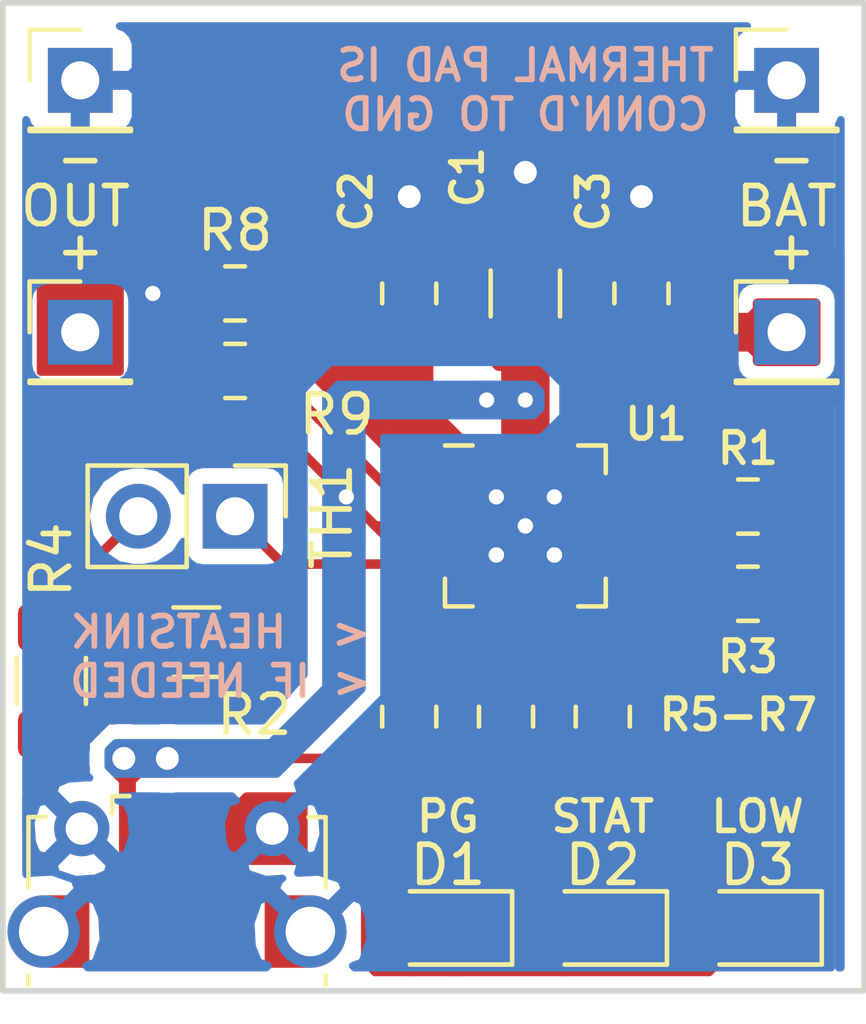
<source format=kicad_pcb>
(kicad_pcb (version 20171130) (host pcbnew "(5.0.0)")

  (general
    (thickness 1.6)
    (drawings 21)
    (tracks 104)
    (zones 0)
    (modules 22)
    (nets 19)
  )

  (page A4)
  (layers
    (0 F.Cu signal)
    (31 B.Cu signal)
    (32 B.Adhes user)
    (33 F.Adhes user hide)
    (34 B.Paste user)
    (35 F.Paste user)
    (36 B.SilkS user hide)
    (37 F.SilkS user)
    (38 B.Mask user)
    (39 F.Mask user hide)
    (40 Dwgs.User user)
    (41 Cmts.User user)
    (42 Eco1.User user)
    (43 Eco2.User user)
    (44 Edge.Cuts user)
    (45 Margin user hide)
    (46 B.CrtYd user)
    (47 F.CrtYd user)
    (48 B.Fab user hide)
    (49 F.Fab user hide)
  )

  (setup
    (last_trace_width 0.25)
    (user_trace_width 0.2)
    (user_trace_width 0.5)
    (user_trace_width 1)
    (trace_clearance 0.2)
    (zone_clearance 0)
    (zone_45_only no)
    (trace_min 0.2)
    (segment_width 0.2)
    (edge_width 0.15)
    (via_size 0.8)
    (via_drill 0.4)
    (via_min_size 0.4)
    (via_min_drill 0.3)
    (user_via 1 0.6)
    (uvia_size 0.3)
    (uvia_drill 0.1)
    (uvias_allowed no)
    (uvia_min_size 0.2)
    (uvia_min_drill 0.1)
    (pcb_text_width 0.3)
    (pcb_text_size 1.5 1.5)
    (mod_edge_width 0.15)
    (mod_text_size 1 1)
    (mod_text_width 0.15)
    (pad_size 1.9 1.9)
    (pad_drill 1.3)
    (pad_to_mask_clearance 0.2)
    (aux_axis_origin 0 0)
    (visible_elements FFFFFF7F)
    (pcbplotparams
      (layerselection 0x010fc_ffffffff)
      (usegerberextensions false)
      (usegerberattributes false)
      (usegerberadvancedattributes false)
      (creategerberjobfile false)
      (excludeedgelayer true)
      (linewidth 0.100000)
      (plotframeref false)
      (viasonmask false)
      (mode 1)
      (useauxorigin false)
      (hpglpennumber 1)
      (hpglpenspeed 20)
      (hpglpendiameter 15.000000)
      (psnegative false)
      (psa4output false)
      (plotreference true)
      (plotvalue true)
      (plotinvisibletext false)
      (padsonsilk false)
      (subtractmaskfromsilk false)
      (outputformat 1)
      (mirror false)
      (drillshape 1)
      (scaleselection 1)
      (outputdirectory ""))
  )

  (net 0 "")
  (net 1 +5V)
  (net 2 GND)
  (net 3 "Net-(C2-Pad1)")
  (net 4 "Net-(C3-Pad1)")
  (net 5 "Net-(J1-Pad2)")
  (net 6 "Net-(J1-Pad4)")
  (net 7 "Net-(J1-Pad3)")
  (net 8 "Net-(R1-Pad1)")
  (net 9 "Net-(R2-Pad1)")
  (net 10 "Net-(R2-Pad2)")
  (net 11 "Net-(R3-Pad1)")
  (net 12 "Net-(R5-Pad1)")
  (net 13 "Net-(R6-Pad1)")
  (net 14 "Net-(R7-Pad1)")
  (net 15 "Net-(R8-Pad2)")
  (net 16 "Net-(D1-Pad1)")
  (net 17 "Net-(D2-Pad1)")
  (net 18 "Net-(D3-Pad1)")

  (net_class Default "This is the default net class."
    (clearance 0.2)
    (trace_width 0.25)
    (via_dia 0.8)
    (via_drill 0.4)
    (uvia_dia 0.3)
    (uvia_drill 0.1)
    (add_net +5V)
    (add_net GND)
    (add_net "Net-(C2-Pad1)")
    (add_net "Net-(C3-Pad1)")
    (add_net "Net-(D1-Pad1)")
    (add_net "Net-(D2-Pad1)")
    (add_net "Net-(D3-Pad1)")
    (add_net "Net-(J1-Pad2)")
    (add_net "Net-(J1-Pad3)")
    (add_net "Net-(J1-Pad4)")
    (add_net "Net-(R1-Pad1)")
    (add_net "Net-(R2-Pad1)")
    (add_net "Net-(R2-Pad2)")
    (add_net "Net-(R3-Pad1)")
    (add_net "Net-(R5-Pad1)")
    (add_net "Net-(R6-Pad1)")
    (add_net "Net-(R7-Pad1)")
    (add_net "Net-(R8-Pad2)")
  )

  (module Resistor_SMD:R_0805_2012Metric (layer F.Cu) (tedit 5B36C52B) (tstamp 5BB4F95F)
    (at 168.148 100.584)
    (descr "Resistor SMD 0805 (2012 Metric), square (rectangular) end terminal, IPC_7351 nominal, (Body size source: https://docs.google.com/spreadsheets/d/1BsfQQcO9C6DZCsRaXUlFlo91Tg2WpOkGARC1WS5S8t0/edit?usp=sharing), generated with kicad-footprint-generator")
    (tags resistor)
    (path /5B8B2587)
    (attr smd)
    (fp_text reference R8 (at 0 -3.683) (layer F.SilkS)
      (effects (font (size 1 1) (thickness 0.15)))
    )
    (fp_text value 330K (at 0 1.65) (layer F.Fab)
      (effects (font (size 1 1) (thickness 0.15)))
    )
    (fp_line (start -1 0.6) (end -1 -0.6) (layer F.Fab) (width 0.1))
    (fp_line (start -1 -0.6) (end 1 -0.6) (layer F.Fab) (width 0.1))
    (fp_line (start 1 -0.6) (end 1 0.6) (layer F.Fab) (width 0.1))
    (fp_line (start 1 0.6) (end -1 0.6) (layer F.Fab) (width 0.1))
    (fp_line (start -0.258578 -0.71) (end 0.258578 -0.71) (layer F.SilkS) (width 0.12))
    (fp_line (start -0.258578 0.71) (end 0.258578 0.71) (layer F.SilkS) (width 0.12))
    (fp_line (start -1.68 0.95) (end -1.68 -0.95) (layer F.CrtYd) (width 0.05))
    (fp_line (start -1.68 -0.95) (end 1.68 -0.95) (layer F.CrtYd) (width 0.05))
    (fp_line (start 1.68 -0.95) (end 1.68 0.95) (layer F.CrtYd) (width 0.05))
    (fp_line (start 1.68 0.95) (end -1.68 0.95) (layer F.CrtYd) (width 0.05))
    (fp_text user %R (at 0 0) (layer F.Fab)
      (effects (font (size 0.5 0.5) (thickness 0.08)))
    )
    (pad 1 smd roundrect (at -0.9375 0) (size 0.975 1.4) (layers F.Cu F.Paste F.Mask) (roundrect_rratio 0.25)
      (net 1 +5V))
    (pad 2 smd roundrect (at 0.9375 0) (size 0.975 1.4) (layers F.Cu F.Paste F.Mask) (roundrect_rratio 0.25)
      (net 15 "Net-(R8-Pad2)"))
    (model ${KISYS3DMOD}/Resistor_SMD.3dshapes/R_0805_2012Metric.wrl
      (at (xyz 0 0 0))
      (scale (xyz 1 1 1))
      (rotate (xyz 0 0 0))
    )
  )

  (module Resistor_SMD:R_0805_2012Metric (layer F.Cu) (tedit 5B36C52B) (tstamp 5BB5006A)
    (at 168.148 98.552 180)
    (descr "Resistor SMD 0805 (2012 Metric), square (rectangular) end terminal, IPC_7351 nominal, (Body size source: https://docs.google.com/spreadsheets/d/1BsfQQcO9C6DZCsRaXUlFlo91Tg2WpOkGARC1WS5S8t0/edit?usp=sharing), generated with kicad-footprint-generator")
    (tags resistor)
    (path /5B8B25E1)
    (attr smd)
    (fp_text reference R9 (at -2.667 -3.175 180) (layer F.SilkS)
      (effects (font (size 1 1) (thickness 0.15)))
    )
    (fp_text value 110K (at 0 1.65 180) (layer F.Fab)
      (effects (font (size 1 1) (thickness 0.15)))
    )
    (fp_text user %R (at 0 0 180) (layer F.Fab)
      (effects (font (size 0.5 0.5) (thickness 0.08)))
    )
    (fp_line (start 1.68 0.95) (end -1.68 0.95) (layer F.CrtYd) (width 0.05))
    (fp_line (start 1.68 -0.95) (end 1.68 0.95) (layer F.CrtYd) (width 0.05))
    (fp_line (start -1.68 -0.95) (end 1.68 -0.95) (layer F.CrtYd) (width 0.05))
    (fp_line (start -1.68 0.95) (end -1.68 -0.95) (layer F.CrtYd) (width 0.05))
    (fp_line (start -0.258578 0.71) (end 0.258578 0.71) (layer F.SilkS) (width 0.12))
    (fp_line (start -0.258578 -0.71) (end 0.258578 -0.71) (layer F.SilkS) (width 0.12))
    (fp_line (start 1 0.6) (end -1 0.6) (layer F.Fab) (width 0.1))
    (fp_line (start 1 -0.6) (end 1 0.6) (layer F.Fab) (width 0.1))
    (fp_line (start -1 -0.6) (end 1 -0.6) (layer F.Fab) (width 0.1))
    (fp_line (start -1 0.6) (end -1 -0.6) (layer F.Fab) (width 0.1))
    (pad 2 smd roundrect (at 0.9375 0 180) (size 0.975 1.4) (layers F.Cu F.Paste F.Mask) (roundrect_rratio 0.25)
      (net 2 GND))
    (pad 1 smd roundrect (at -0.9375 0 180) (size 0.975 1.4) (layers F.Cu F.Paste F.Mask) (roundrect_rratio 0.25)
      (net 15 "Net-(R8-Pad2)"))
    (model ${KISYS3DMOD}/Resistor_SMD.3dshapes/R_0805_2012Metric.wrl
      (at (xyz 0 0 0))
      (scale (xyz 1 1 1))
      (rotate (xyz 0 0 0))
    )
  )

  (module Package_DFN_QFN:QFN-20-1EP_4x4mm_P0.5mm_EP2.5x2.5mm (layer F.Cu) (tedit 5B8B223B) (tstamp 5B9613A4)
    (at 175.768 104.648)
    (descr "QFN, 20 Pin (http://ww1.microchip.com/downloads/en/PackagingSpec/00000049BQ.pdf (Page 274)), generated with kicad-footprint-generator ipc_dfn_qfn_generator.py")
    (tags "QFN DFN_QFN")
    (path /5B87A919)
    (attr smd)
    (fp_text reference U1 (at 3.429 -2.667) (layer F.SilkS)
      (effects (font (size 0.8 0.8) (thickness 0.15)))
    )
    (fp_text value MCP73871 (at 0 3.3) (layer F.Fab)
      (effects (font (size 1 1) (thickness 0.15)))
    )
    (fp_line (start 1.385 -2.11) (end 2.11 -2.11) (layer F.SilkS) (width 0.12))
    (fp_line (start 2.11 -2.11) (end 2.11 -1.385) (layer F.SilkS) (width 0.12))
    (fp_line (start -1.385 2.11) (end -2.11 2.11) (layer F.SilkS) (width 0.12))
    (fp_line (start -2.11 2.11) (end -2.11 1.385) (layer F.SilkS) (width 0.12))
    (fp_line (start 1.385 2.11) (end 2.11 2.11) (layer F.SilkS) (width 0.12))
    (fp_line (start 2.11 2.11) (end 2.11 1.385) (layer F.SilkS) (width 0.12))
    (fp_line (start -1.385 -2.11) (end -2.11 -2.11) (layer F.SilkS) (width 0.12))
    (fp_line (start -1 -2) (end 2 -2) (layer F.Fab) (width 0.1))
    (fp_line (start 2 -2) (end 2 2) (layer F.Fab) (width 0.1))
    (fp_line (start 2 2) (end -2 2) (layer F.Fab) (width 0.1))
    (fp_line (start -2 2) (end -2 -1) (layer F.Fab) (width 0.1))
    (fp_line (start -2 -1) (end -1 -2) (layer F.Fab) (width 0.1))
    (fp_line (start -2.6 -2.6) (end -2.6 2.6) (layer F.CrtYd) (width 0.05))
    (fp_line (start -2.6 2.6) (end 2.6 2.6) (layer F.CrtYd) (width 0.05))
    (fp_line (start 2.6 2.6) (end 2.6 -2.6) (layer F.CrtYd) (width 0.05))
    (fp_line (start 2.6 -2.6) (end -2.6 -2.6) (layer F.CrtYd) (width 0.05))
    (fp_text user %R (at 0 0) (layer F.Fab)
      (effects (font (size 1 1) (thickness 0.15)))
    )
    (pad 21 smd roundrect (at 0 0) (size 2.5 2.5) (layers F.Cu F.Mask) (roundrect_rratio 0.1)
      (net 2 GND))
    (pad "" smd roundrect (at -0.625 -0.625) (size 1.01 1.01) (layers F.Paste) (roundrect_rratio 0.247525))
    (pad "" smd roundrect (at -0.625 0.625) (size 1.01 1.01) (layers F.Paste) (roundrect_rratio 0.247525))
    (pad "" smd roundrect (at 0.625 -0.625) (size 1.01 1.01) (layers F.Paste) (roundrect_rratio 0.247525))
    (pad "" smd roundrect (at 0.625 0.625) (size 1.01 1.01) (layers F.Paste) (roundrect_rratio 0.247525))
    (pad 1 smd roundrect (at -1.9375 -1) (size 0.825 0.25) (layers F.Cu F.Paste F.Mask) (roundrect_rratio 0.25)
      (net 3 "Net-(C2-Pad1)"))
    (pad 2 smd roundrect (at -1.9375 -0.5) (size 0.825 0.25) (layers F.Cu F.Paste F.Mask) (roundrect_rratio 0.25)
      (net 15 "Net-(R8-Pad2)"))
    (pad 3 smd roundrect (at -1.9375 0) (size 0.825 0.25) (layers F.Cu F.Paste F.Mask) (roundrect_rratio 0.25)
      (net 1 +5V))
    (pad 4 smd roundrect (at -1.9375 0.5) (size 0.825 0.25) (layers F.Cu F.Paste F.Mask) (roundrect_rratio 0.25)
      (net 1 +5V))
    (pad 5 smd roundrect (at -1.9375 1) (size 0.825 0.25) (layers F.Cu F.Paste F.Mask) (roundrect_rratio 0.25)
      (net 9 "Net-(R2-Pad1)"))
    (pad 6 smd roundrect (at -1 1.9375) (size 0.25 0.825) (layers F.Cu F.Paste F.Mask) (roundrect_rratio 0.25)
      (net 12 "Net-(R5-Pad1)"))
    (pad 7 smd roundrect (at -0.5 1.9375) (size 0.25 0.825) (layers F.Cu F.Paste F.Mask) (roundrect_rratio 0.25)
      (net 13 "Net-(R6-Pad1)"))
    (pad 8 smd roundrect (at 0 1.9375) (size 0.25 0.825) (layers F.Cu F.Paste F.Mask) (roundrect_rratio 0.25)
      (net 14 "Net-(R7-Pad1)"))
    (pad 9 smd roundrect (at 0.5 1.9375) (size 0.25 0.825) (layers F.Cu F.Paste F.Mask) (roundrect_rratio 0.25)
      (net 2 GND))
    (pad 10 smd roundrect (at 1 1.9375) (size 0.25 0.825) (layers F.Cu F.Paste F.Mask) (roundrect_rratio 0.25)
      (net 2 GND))
    (pad 11 smd roundrect (at 1.9375 1) (size 0.825 0.25) (layers F.Cu F.Paste F.Mask) (roundrect_rratio 0.25)
      (net 2 GND))
    (pad 12 smd roundrect (at 1.9375 0.5) (size 0.825 0.25) (layers F.Cu F.Paste F.Mask) (roundrect_rratio 0.25)
      (net 11 "Net-(R3-Pad1)"))
    (pad 13 smd roundrect (at 1.9375 0) (size 0.825 0.25) (layers F.Cu F.Paste F.Mask) (roundrect_rratio 0.25)
      (net 8 "Net-(R1-Pad1)"))
    (pad 14 smd roundrect (at 1.9375 -0.5) (size 0.825 0.25) (layers F.Cu F.Paste F.Mask) (roundrect_rratio 0.25)
      (net 4 "Net-(C3-Pad1)"))
    (pad 15 smd roundrect (at 1.9375 -1) (size 0.825 0.25) (layers F.Cu F.Paste F.Mask) (roundrect_rratio 0.25)
      (net 4 "Net-(C3-Pad1)"))
    (pad 16 smd roundrect (at 1 -1.9375) (size 0.25 0.825) (layers F.Cu F.Paste F.Mask) (roundrect_rratio 0.25)
      (net 4 "Net-(C3-Pad1)"))
    (pad 17 smd roundrect (at 0.5 -1.9375) (size 0.25 0.825) (layers F.Cu F.Paste F.Mask) (roundrect_rratio 0.25)
      (net 1 +5V))
    (pad 18 smd roundrect (at 0 -1.9375) (size 0.25 0.825) (layers F.Cu F.Paste F.Mask) (roundrect_rratio 0.25)
      (net 1 +5V))
    (pad 19 smd roundrect (at -0.5 -1.9375) (size 0.25 0.825) (layers F.Cu F.Paste F.Mask) (roundrect_rratio 0.25)
      (net 1 +5V))
    (pad 20 smd roundrect (at -1 -1.9375) (size 0.25 0.825) (layers F.Cu F.Paste F.Mask) (roundrect_rratio 0.25)
      (net 3 "Net-(C2-Pad1)"))
    (model ${KISYS3DMOD}/Package_DFN_QFN.3dshapes/QFN-20-1EP_4x4mm_P0.5mm_EP2.5x2.5mm.wrl
      (at (xyz 0 0 0))
      (scale (xyz 1 1 1))
      (rotate (xyz 0 0 0))
    )
  )

  (module Capacitor_SMD:C_0805_2012Metric (layer F.Cu) (tedit 5B8B23E5) (tstamp 5B961227)
    (at 172.72 98.552 90)
    (descr "Capacitor SMD 0805 (2012 Metric), square (rectangular) end terminal, IPC_7351 nominal, (Body size source: https://docs.google.com/spreadsheets/d/1BsfQQcO9C6DZCsRaXUlFlo91Tg2WpOkGARC1WS5S8t0/edit?usp=sharing), generated with kicad-footprint-generator")
    (tags capacitor)
    (path /5B88AD55)
    (attr smd)
    (fp_text reference C2 (at 2.413 -1.397 90) (layer F.SilkS)
      (effects (font (size 0.8 0.8) (thickness 0.15)))
    )
    (fp_text value 4.7uF (at 0 1.65 90) (layer F.Fab)
      (effects (font (size 1 1) (thickness 0.15)))
    )
    (fp_line (start -1 0.6) (end -1 -0.6) (layer F.Fab) (width 0.1))
    (fp_line (start -1 -0.6) (end 1 -0.6) (layer F.Fab) (width 0.1))
    (fp_line (start 1 -0.6) (end 1 0.6) (layer F.Fab) (width 0.1))
    (fp_line (start 1 0.6) (end -1 0.6) (layer F.Fab) (width 0.1))
    (fp_line (start -0.258578 -0.71) (end 0.258578 -0.71) (layer F.SilkS) (width 0.12))
    (fp_line (start -0.258578 0.71) (end 0.258578 0.71) (layer F.SilkS) (width 0.12))
    (fp_line (start -1.68 0.95) (end -1.68 -0.95) (layer F.CrtYd) (width 0.05))
    (fp_line (start -1.68 -0.95) (end 1.68 -0.95) (layer F.CrtYd) (width 0.05))
    (fp_line (start 1.68 -0.95) (end 1.68 0.95) (layer F.CrtYd) (width 0.05))
    (fp_line (start 1.68 0.95) (end -1.68 0.95) (layer F.CrtYd) (width 0.05))
    (fp_text user %R (at 0 0 90) (layer F.Fab)
      (effects (font (size 0.5 0.5) (thickness 0.08)))
    )
    (pad 1 smd roundrect (at -0.9375 0 90) (size 0.975 1.4) (layers F.Cu F.Paste F.Mask) (roundrect_rratio 0.25)
      (net 3 "Net-(C2-Pad1)"))
    (pad 2 smd roundrect (at 0.9375 0 90) (size 0.975 1.4) (layers F.Cu F.Paste F.Mask) (roundrect_rratio 0.25)
      (net 2 GND))
    (model ${KISYS3DMOD}/Capacitor_SMD.3dshapes/C_0805_2012Metric.wrl
      (at (xyz 0 0 0))
      (scale (xyz 1 1 1))
      (rotate (xyz 0 0 0))
    )
  )

  (module Capacitor_SMD:C_0805_2012Metric (layer F.Cu) (tedit 5B8B224C) (tstamp 5B961238)
    (at 178.816 98.552 90)
    (descr "Capacitor SMD 0805 (2012 Metric), square (rectangular) end terminal, IPC_7351 nominal, (Body size source: https://docs.google.com/spreadsheets/d/1BsfQQcO9C6DZCsRaXUlFlo91Tg2WpOkGARC1WS5S8t0/edit?usp=sharing), generated with kicad-footprint-generator")
    (tags capacitor)
    (path /5B88AB7D)
    (attr smd)
    (fp_text reference C3 (at 2.413 -1.27 90) (layer F.SilkS)
      (effects (font (size 0.8 0.8) (thickness 0.15)))
    )
    (fp_text value 4.7uF (at 0 1.65 90) (layer F.Fab)
      (effects (font (size 1 1) (thickness 0.15)))
    )
    (fp_text user %R (at 0 0 90) (layer F.Fab)
      (effects (font (size 0.5 0.5) (thickness 0.08)))
    )
    (fp_line (start 1.68 0.95) (end -1.68 0.95) (layer F.CrtYd) (width 0.05))
    (fp_line (start 1.68 -0.95) (end 1.68 0.95) (layer F.CrtYd) (width 0.05))
    (fp_line (start -1.68 -0.95) (end 1.68 -0.95) (layer F.CrtYd) (width 0.05))
    (fp_line (start -1.68 0.95) (end -1.68 -0.95) (layer F.CrtYd) (width 0.05))
    (fp_line (start -0.258578 0.71) (end 0.258578 0.71) (layer F.SilkS) (width 0.12))
    (fp_line (start -0.258578 -0.71) (end 0.258578 -0.71) (layer F.SilkS) (width 0.12))
    (fp_line (start 1 0.6) (end -1 0.6) (layer F.Fab) (width 0.1))
    (fp_line (start 1 -0.6) (end 1 0.6) (layer F.Fab) (width 0.1))
    (fp_line (start -1 -0.6) (end 1 -0.6) (layer F.Fab) (width 0.1))
    (fp_line (start -1 0.6) (end -1 -0.6) (layer F.Fab) (width 0.1))
    (pad 2 smd roundrect (at 0.9375 0 90) (size 0.975 1.4) (layers F.Cu F.Paste F.Mask) (roundrect_rratio 0.25)
      (net 2 GND))
    (pad 1 smd roundrect (at -0.9375 0 90) (size 0.975 1.4) (layers F.Cu F.Paste F.Mask) (roundrect_rratio 0.25)
      (net 4 "Net-(C3-Pad1)"))
    (model ${KISYS3DMOD}/Capacitor_SMD.3dshapes/C_0805_2012Metric.wrl
      (at (xyz 0 0 0))
      (scale (xyz 1 1 1))
      (rotate (xyz 0 0 0))
    )
  )

  (module LED_SMD:LED_0805_2012Metric (layer F.Cu) (tedit 5B8B1319) (tstamp 5B96124B)
    (at 177.8 115.189 180)
    (descr "LED SMD 0805 (2012 Metric), square (rectangular) end terminal, IPC_7351 nominal, (Body size source: https://docs.google.com/spreadsheets/d/1BsfQQcO9C6DZCsRaXUlFlo91Tg2WpOkGARC1WS5S8t0/edit?usp=sharing), generated with kicad-footprint-generator")
    (tags diode)
    (path /5B88DD48)
    (attr smd)
    (fp_text reference D2 (at 0 1.651 180) (layer F.SilkS)
      (effects (font (size 1 1) (thickness 0.15)))
    )
    (fp_text value STAT (at 0 1.65 180) (layer F.Fab)
      (effects (font (size 1 1) (thickness 0.15)))
    )
    (fp_line (start 1 -0.6) (end -0.7 -0.6) (layer F.Fab) (width 0.1))
    (fp_line (start -0.7 -0.6) (end -1 -0.3) (layer F.Fab) (width 0.1))
    (fp_line (start -1 -0.3) (end -1 0.6) (layer F.Fab) (width 0.1))
    (fp_line (start -1 0.6) (end 1 0.6) (layer F.Fab) (width 0.1))
    (fp_line (start 1 0.6) (end 1 -0.6) (layer F.Fab) (width 0.1))
    (fp_line (start 1 -0.96) (end -1.685 -0.96) (layer F.SilkS) (width 0.12))
    (fp_line (start -1.685 -0.96) (end -1.685 0.96) (layer F.SilkS) (width 0.12))
    (fp_line (start -1.685 0.96) (end 1 0.96) (layer F.SilkS) (width 0.12))
    (fp_line (start -1.68 0.95) (end -1.68 -0.95) (layer F.CrtYd) (width 0.05))
    (fp_line (start -1.68 -0.95) (end 1.68 -0.95) (layer F.CrtYd) (width 0.05))
    (fp_line (start 1.68 -0.95) (end 1.68 0.95) (layer F.CrtYd) (width 0.05))
    (fp_line (start 1.68 0.95) (end -1.68 0.95) (layer F.CrtYd) (width 0.05))
    (fp_text user %R (at 0 0 180) (layer F.Fab)
      (effects (font (size 0.5 0.5) (thickness 0.08)))
    )
    (pad 1 smd roundrect (at -0.9375 0 180) (size 0.975 1.4) (layers F.Cu F.Paste F.Mask) (roundrect_rratio 0.25)
      (net 17 "Net-(D2-Pad1)"))
    (pad 2 smd roundrect (at 0.9375 0 180) (size 0.975 1.4) (layers F.Cu F.Paste F.Mask) (roundrect_rratio 0.25)
      (net 1 +5V))
    (model ${KISYS3DMOD}/LED_SMD.3dshapes/LED_0805_2012Metric.wrl
      (at (xyz 0 0 0))
      (scale (xyz 1 1 1))
      (rotate (xyz 0 0 0))
    )
  )

  (module LED_SMD:LED_0805_2012Metric (layer F.Cu) (tedit 5B8B1321) (tstamp 5B9AEB31)
    (at 181.864 115.189 180)
    (descr "LED SMD 0805 (2012 Metric), square (rectangular) end terminal, IPC_7351 nominal, (Body size source: https://docs.google.com/spreadsheets/d/1BsfQQcO9C6DZCsRaXUlFlo91Tg2WpOkGARC1WS5S8t0/edit?usp=sharing), generated with kicad-footprint-generator")
    (tags diode)
    (path /5B88DD1C)
    (attr smd)
    (fp_text reference D3 (at 0 1.651 180) (layer F.SilkS)
      (effects (font (size 1 1) (thickness 0.15)))
    )
    (fp_text value LOW (at 0 1.65 180) (layer F.Fab)
      (effects (font (size 1 1) (thickness 0.15)))
    )
    (fp_text user %R (at 0 0 180) (layer F.Fab)
      (effects (font (size 0.5 0.5) (thickness 0.08)))
    )
    (fp_line (start 1.68 0.95) (end -1.68 0.95) (layer F.CrtYd) (width 0.05))
    (fp_line (start 1.68 -0.95) (end 1.68 0.95) (layer F.CrtYd) (width 0.05))
    (fp_line (start -1.68 -0.95) (end 1.68 -0.95) (layer F.CrtYd) (width 0.05))
    (fp_line (start -1.68 0.95) (end -1.68 -0.95) (layer F.CrtYd) (width 0.05))
    (fp_line (start -1.685 0.96) (end 1 0.96) (layer F.SilkS) (width 0.12))
    (fp_line (start -1.685 -0.96) (end -1.685 0.96) (layer F.SilkS) (width 0.12))
    (fp_line (start 1 -0.96) (end -1.685 -0.96) (layer F.SilkS) (width 0.12))
    (fp_line (start 1 0.6) (end 1 -0.6) (layer F.Fab) (width 0.1))
    (fp_line (start -1 0.6) (end 1 0.6) (layer F.Fab) (width 0.1))
    (fp_line (start -1 -0.3) (end -1 0.6) (layer F.Fab) (width 0.1))
    (fp_line (start -0.7 -0.6) (end -1 -0.3) (layer F.Fab) (width 0.1))
    (fp_line (start 1 -0.6) (end -0.7 -0.6) (layer F.Fab) (width 0.1))
    (pad 2 smd roundrect (at 0.9375 0 180) (size 0.975 1.4) (layers F.Cu F.Paste F.Mask) (roundrect_rratio 0.25)
      (net 1 +5V))
    (pad 1 smd roundrect (at -0.9375 0 180) (size 0.975 1.4) (layers F.Cu F.Paste F.Mask) (roundrect_rratio 0.25)
      (net 18 "Net-(D3-Pad1)"))
    (model ${KISYS3DMOD}/LED_SMD.3dshapes/LED_0805_2012Metric.wrl
      (at (xyz 0 0 0))
      (scale (xyz 1 1 1))
      (rotate (xyz 0 0 0))
    )
  )

  (module LED_SMD:LED_0805_2012Metric (layer F.Cu) (tedit 5B8B1313) (tstamp 5B961271)
    (at 173.736 115.189 180)
    (descr "LED SMD 0805 (2012 Metric), square (rectangular) end terminal, IPC_7351 nominal, (Body size source: https://docs.google.com/spreadsheets/d/1BsfQQcO9C6DZCsRaXUlFlo91Tg2WpOkGARC1WS5S8t0/edit?usp=sharing), generated with kicad-footprint-generator")
    (tags diode)
    (path /5B88DC8B)
    (attr smd)
    (fp_text reference D1 (at 0 1.651 180) (layer F.SilkS)
      (effects (font (size 1 1) (thickness 0.15)))
    )
    (fp_text value PG (at 0 1.65 180) (layer F.Fab)
      (effects (font (size 1 1) (thickness 0.15)))
    )
    (fp_line (start 1 -0.6) (end -0.7 -0.6) (layer F.Fab) (width 0.1))
    (fp_line (start -0.7 -0.6) (end -1 -0.3) (layer F.Fab) (width 0.1))
    (fp_line (start -1 -0.3) (end -1 0.6) (layer F.Fab) (width 0.1))
    (fp_line (start -1 0.6) (end 1 0.6) (layer F.Fab) (width 0.1))
    (fp_line (start 1 0.6) (end 1 -0.6) (layer F.Fab) (width 0.1))
    (fp_line (start 1 -0.96) (end -1.685 -0.96) (layer F.SilkS) (width 0.12))
    (fp_line (start -1.685 -0.96) (end -1.685 0.96) (layer F.SilkS) (width 0.12))
    (fp_line (start -1.685 0.96) (end 1 0.96) (layer F.SilkS) (width 0.12))
    (fp_line (start -1.68 0.95) (end -1.68 -0.95) (layer F.CrtYd) (width 0.05))
    (fp_line (start -1.68 -0.95) (end 1.68 -0.95) (layer F.CrtYd) (width 0.05))
    (fp_line (start 1.68 -0.95) (end 1.68 0.95) (layer F.CrtYd) (width 0.05))
    (fp_line (start 1.68 0.95) (end -1.68 0.95) (layer F.CrtYd) (width 0.05))
    (fp_text user %R (at 0 0 180) (layer F.Fab)
      (effects (font (size 0.5 0.5) (thickness 0.08)))
    )
    (pad 1 smd roundrect (at -0.9375 0 180) (size 0.975 1.4) (layers F.Cu F.Paste F.Mask) (roundrect_rratio 0.25)
      (net 16 "Net-(D1-Pad1)"))
    (pad 2 smd roundrect (at 0.9375 0 180) (size 0.975 1.4) (layers F.Cu F.Paste F.Mask) (roundrect_rratio 0.25)
      (net 1 +5V))
    (model ${KISYS3DMOD}/LED_SMD.3dshapes/LED_0805_2012Metric.wrl
      (at (xyz 0 0 0))
      (scale (xyz 1 1 1))
      (rotate (xyz 0 0 0))
    )
  )

  (module Connector_USB:USB_Micro-B_Molex-105017-0001 (layer F.Cu) (tedit 5B8B2775) (tstamp 5B96129A)
    (at 166.624 114.046)
    (descr http://www.molex.com/pdm_docs/sd/1050170001_sd.pdf)
    (tags "Micro-USB SMD Typ-B")
    (path /5B88A8A1)
    (attr smd)
    (fp_text reference J1 (at 0 -3.1125) (layer F.SilkS) hide
      (effects (font (size 1 1) (thickness 0.15)))
    )
    (fp_text value MicroB (at 0.3 4.3375) (layer F.Fab)
      (effects (font (size 1 1) (thickness 0.15)))
    )
    (fp_line (start -1.1 -2.1225) (end -1.1 -1.9125) (layer F.Fab) (width 0.1))
    (fp_line (start -1.5 -2.1225) (end -1.5 -1.9125) (layer F.Fab) (width 0.1))
    (fp_line (start -1.5 -2.1225) (end -1.1 -2.1225) (layer F.Fab) (width 0.1))
    (fp_line (start -1.1 -1.9125) (end -1.3 -1.7125) (layer F.Fab) (width 0.1))
    (fp_line (start -1.3 -1.7125) (end -1.5 -1.9125) (layer F.Fab) (width 0.1))
    (fp_line (start -1.7 -2.3125) (end -1.7 -1.8625) (layer F.SilkS) (width 0.12))
    (fp_line (start -1.7 -2.3125) (end -1.25 -2.3125) (layer F.SilkS) (width 0.12))
    (fp_line (start 3.9 -1.7625) (end 3.45 -1.7625) (layer F.SilkS) (width 0.12))
    (fp_line (start 3.9 0.0875) (end 3.9 -1.7625) (layer F.SilkS) (width 0.12))
    (fp_line (start -3.9 2.6375) (end -3.9 2.3875) (layer F.SilkS) (width 0.12))
    (fp_line (start -3.75 3.3875) (end -3.75 -1.6125) (layer F.Fab) (width 0.1))
    (fp_line (start -3.75 -1.6125) (end 3.75 -1.6125) (layer F.Fab) (width 0.1))
    (fp_line (start -3.75 3.389204) (end 3.75 3.389204) (layer F.Fab) (width 0.1))
    (fp_line (start -3 2.689204) (end 3 2.689204) (layer F.Fab) (width 0.1))
    (fp_line (start 3.75 3.3875) (end 3.75 -1.6125) (layer F.Fab) (width 0.1))
    (fp_line (start 3.9 2.6375) (end 3.9 2.3875) (layer F.SilkS) (width 0.12))
    (fp_line (start -3.9 0.0875) (end -3.9 -1.7625) (layer F.SilkS) (width 0.12))
    (fp_line (start -3.9 -1.7625) (end -3.45 -1.7625) (layer F.SilkS) (width 0.12))
    (fp_line (start -4.4 3.64) (end -4.4 -2.46) (layer F.CrtYd) (width 0.05))
    (fp_line (start -4.4 -2.46) (end 4.4 -2.46) (layer F.CrtYd) (width 0.05))
    (fp_line (start 4.4 -2.46) (end 4.4 3.64) (layer F.CrtYd) (width 0.05))
    (fp_line (start -4.4 3.64) (end 4.4 3.64) (layer F.CrtYd) (width 0.05))
    (fp_text user %R (at 0 0.8875) (layer F.Fab)
      (effects (font (size 1 1) (thickness 0.15)))
    )
    (fp_text user "PCB Edge" (at 0 2.6875) (layer Dwgs.User)
      (effects (font (size 0.5 0.5) (thickness 0.08)))
    )
    (pad 6 smd rect (at -2.9 1.2375) (size 1.2 1.9) (layers F.Cu F.Mask)
      (net 2 GND))
    (pad 6 smd rect (at 2.9 1.2375) (size 1.2 1.9) (layers F.Cu F.Mask)
      (net 2 GND))
    (pad 6 thru_hole circle (at 3.5 1.2375) (size 1.9 1.9) (drill 1.3) (layers *.Cu *.Mask)
      (net 2 GND))
    (pad 6 thru_hole circle (at -3.5 1.2375 180) (size 1.9 1.9) (drill 1.3) (layers *.Cu *.Mask)
      (net 2 GND))
    (pad 6 smd rect (at -1 1.2375) (size 1.5 1.9) (layers F.Cu F.Paste F.Mask)
      (net 2 GND))
    (pad 6 thru_hole circle (at 2.5 -1.4625) (size 1.45 1.45) (drill 0.85) (layers *.Cu *.Mask)
      (net 2 GND))
    (pad 3 smd rect (at 0 -1.4625) (size 0.4 1.35) (layers F.Cu F.Paste F.Mask)
      (net 7 "Net-(J1-Pad3)"))
    (pad 4 smd rect (at 0.65 -1.4625) (size 0.4 1.35) (layers F.Cu F.Paste F.Mask)
      (net 6 "Net-(J1-Pad4)"))
    (pad 5 smd rect (at 1.3 -1.4625) (size 0.4 1.35) (layers F.Cu F.Paste F.Mask)
      (net 2 GND))
    (pad 1 smd rect (at -1.3 -1.4625) (size 0.4 1.35) (layers F.Cu F.Paste F.Mask)
      (net 1 +5V))
    (pad 2 smd rect (at -0.65 -1.4625) (size 0.4 1.35) (layers F.Cu F.Paste F.Mask)
      (net 5 "Net-(J1-Pad2)"))
    (pad 6 thru_hole circle (at -2.5 -1.4625) (size 1.45 1.45) (drill 0.85) (layers *.Cu *.Mask)
      (net 2 GND))
    (pad 6 smd rect (at 1 1.2375) (size 1.5 1.9) (layers F.Cu F.Paste F.Mask)
      (net 2 GND))
    (model ${KISYS3DMOD}/Connector_USB.3dshapes/USB_Micro-B_Molex-105017-0001.wrl
      (at (xyz 0 0 0))
      (scale (xyz 1 1 1))
      (rotate (xyz 0 0 0))
    )
    (model ${KISYS3DMOD}/Connector_USB.3dshapes/USB_Micro-B_Molex_47346-0001.step
      (at (xyz 0 0 0))
      (scale (xyz 1 1 1))
      (rotate (xyz 0 0 0))
    )
  )

  (module Connector_PinHeader_2.54mm:PinHeader_1x01_P2.54mm_Vertical (layer F.Cu) (tedit 5B8B137E) (tstamp 5B9612AF)
    (at 164.084 99.568)
    (descr "Through hole straight pin header, 1x01, 2.54mm pitch, single row")
    (tags "Through hole pin header THT 1x01 2.54mm single row")
    (path /5B88AE96)
    (fp_text reference J2 (at 0 -2.33) (layer F.SilkS) hide
      (effects (font (size 1 1) (thickness 0.15)))
    )
    (fp_text value OUT+ (at 0 2.33) (layer F.Fab)
      (effects (font (size 1 1) (thickness 0.15)))
    )
    (fp_line (start -0.635 -1.27) (end 1.27 -1.27) (layer F.Fab) (width 0.1))
    (fp_line (start 1.27 -1.27) (end 1.27 1.27) (layer F.Fab) (width 0.1))
    (fp_line (start 1.27 1.27) (end -1.27 1.27) (layer F.Fab) (width 0.1))
    (fp_line (start -1.27 1.27) (end -1.27 -0.635) (layer F.Fab) (width 0.1))
    (fp_line (start -1.27 -0.635) (end -0.635 -1.27) (layer F.Fab) (width 0.1))
    (fp_line (start -1.33 1.33) (end 1.33 1.33) (layer F.SilkS) (width 0.12))
    (fp_line (start -1.33 1.27) (end -1.33 1.33) (layer F.SilkS) (width 0.12))
    (fp_line (start 1.33 1.27) (end 1.33 1.33) (layer F.SilkS) (width 0.12))
    (fp_line (start -1.33 1.27) (end 1.33 1.27) (layer F.SilkS) (width 0.12))
    (fp_line (start -1.33 0) (end -1.33 -1.33) (layer F.SilkS) (width 0.12))
    (fp_line (start -1.33 -1.33) (end 0 -1.33) (layer F.SilkS) (width 0.12))
    (fp_line (start -1.8 -1.8) (end -1.8 1.8) (layer F.CrtYd) (width 0.05))
    (fp_line (start -1.8 1.8) (end 1.8 1.8) (layer F.CrtYd) (width 0.05))
    (fp_line (start 1.8 1.8) (end 1.8 -1.8) (layer F.CrtYd) (width 0.05))
    (fp_line (start 1.8 -1.8) (end -1.8 -1.8) (layer F.CrtYd) (width 0.05))
    (fp_text user %R (at 0 0 90) (layer F.Fab)
      (effects (font (size 1 1) (thickness 0.15)))
    )
    (pad 1 thru_hole rect (at 0 0) (size 1.7 1.7) (drill 1) (layers *.Cu *.Mask)
      (net 3 "Net-(C2-Pad1)"))
  )

  (module Connector_PinHeader_2.54mm:PinHeader_1x01_P2.54mm_Vertical (layer F.Cu) (tedit 5B8B137B) (tstamp 5B9612D9)
    (at 164.084 92.964)
    (descr "Through hole straight pin header, 1x01, 2.54mm pitch, single row")
    (tags "Through hole pin header THT 1x01 2.54mm single row")
    (path /5B88B2A9)
    (fp_text reference J4 (at 0 -2.33) (layer F.SilkS) hide
      (effects (font (size 1 1) (thickness 0.15)))
    )
    (fp_text value OUT- (at 0 2.33) (layer F.Fab)
      (effects (font (size 1 1) (thickness 0.15)))
    )
    (fp_text user %R (at 0 0 90) (layer F.Fab)
      (effects (font (size 1 1) (thickness 0.15)))
    )
    (fp_line (start 1.8 -1.8) (end -1.8 -1.8) (layer F.CrtYd) (width 0.05))
    (fp_line (start 1.8 1.8) (end 1.8 -1.8) (layer F.CrtYd) (width 0.05))
    (fp_line (start -1.8 1.8) (end 1.8 1.8) (layer F.CrtYd) (width 0.05))
    (fp_line (start -1.8 -1.8) (end -1.8 1.8) (layer F.CrtYd) (width 0.05))
    (fp_line (start -1.33 -1.33) (end 0 -1.33) (layer F.SilkS) (width 0.12))
    (fp_line (start -1.33 0) (end -1.33 -1.33) (layer F.SilkS) (width 0.12))
    (fp_line (start -1.33 1.27) (end 1.33 1.27) (layer F.SilkS) (width 0.12))
    (fp_line (start 1.33 1.27) (end 1.33 1.33) (layer F.SilkS) (width 0.12))
    (fp_line (start -1.33 1.27) (end -1.33 1.33) (layer F.SilkS) (width 0.12))
    (fp_line (start -1.33 1.33) (end 1.33 1.33) (layer F.SilkS) (width 0.12))
    (fp_line (start -1.27 -0.635) (end -0.635 -1.27) (layer F.Fab) (width 0.1))
    (fp_line (start -1.27 1.27) (end -1.27 -0.635) (layer F.Fab) (width 0.1))
    (fp_line (start 1.27 1.27) (end -1.27 1.27) (layer F.Fab) (width 0.1))
    (fp_line (start 1.27 -1.27) (end 1.27 1.27) (layer F.Fab) (width 0.1))
    (fp_line (start -0.635 -1.27) (end 1.27 -1.27) (layer F.Fab) (width 0.1))
    (pad 1 thru_hole rect (at 0 0) (size 1.7 1.7) (drill 1) (layers *.Cu *.Mask)
      (net 2 GND))
  )

  (module Connector_PinHeader_2.54mm:PinHeader_1x01_P2.54mm_Vertical (layer F.Cu) (tedit 5B8B1372) (tstamp 5B9612EE)
    (at 182.626 92.964)
    (descr "Through hole straight pin header, 1x01, 2.54mm pitch, single row")
    (tags "Through hole pin header THT 1x01 2.54mm single row")
    (path /5B88B2EF)
    (fp_text reference J5 (at 0 -2.33) (layer F.SilkS) hide
      (effects (font (size 1 1) (thickness 0.15)))
    )
    (fp_text value BAT- (at 0 2.33) (layer F.Fab)
      (effects (font (size 1 1) (thickness 0.15)))
    )
    (fp_line (start -0.635 -1.27) (end 1.27 -1.27) (layer F.Fab) (width 0.1))
    (fp_line (start 1.27 -1.27) (end 1.27 1.27) (layer F.Fab) (width 0.1))
    (fp_line (start 1.27 1.27) (end -1.27 1.27) (layer F.Fab) (width 0.1))
    (fp_line (start -1.27 1.27) (end -1.27 -0.635) (layer F.Fab) (width 0.1))
    (fp_line (start -1.27 -0.635) (end -0.635 -1.27) (layer F.Fab) (width 0.1))
    (fp_line (start -1.33 1.33) (end 1.33 1.33) (layer F.SilkS) (width 0.12))
    (fp_line (start -1.33 1.27) (end -1.33 1.33) (layer F.SilkS) (width 0.12))
    (fp_line (start 1.33 1.27) (end 1.33 1.33) (layer F.SilkS) (width 0.12))
    (fp_line (start -1.33 1.27) (end 1.33 1.27) (layer F.SilkS) (width 0.12))
    (fp_line (start -1.33 0) (end -1.33 -1.33) (layer F.SilkS) (width 0.12))
    (fp_line (start -1.33 -1.33) (end 0 -1.33) (layer F.SilkS) (width 0.12))
    (fp_line (start -1.8 -1.8) (end -1.8 1.8) (layer F.CrtYd) (width 0.05))
    (fp_line (start -1.8 1.8) (end 1.8 1.8) (layer F.CrtYd) (width 0.05))
    (fp_line (start 1.8 1.8) (end 1.8 -1.8) (layer F.CrtYd) (width 0.05))
    (fp_line (start 1.8 -1.8) (end -1.8 -1.8) (layer F.CrtYd) (width 0.05))
    (fp_text user %R (at 0 0 90) (layer F.Fab)
      (effects (font (size 1 1) (thickness 0.15)))
    )
    (pad 1 thru_hole rect (at 0 0) (size 1.7 1.7) (drill 1) (layers *.Cu *.Mask)
      (net 2 GND))
  )

  (module Resistor_SMD:R_0805_2012Metric (layer F.Cu) (tedit 5B8B1356) (tstamp 5B9612FF)
    (at 181.61 104.14)
    (descr "Resistor SMD 0805 (2012 Metric), square (rectangular) end terminal, IPC_7351 nominal, (Body size source: https://docs.google.com/spreadsheets/d/1BsfQQcO9C6DZCsRaXUlFlo91Tg2WpOkGARC1WS5S8t0/edit?usp=sharing), generated with kicad-footprint-generator")
    (tags resistor)
    (path /5B88C039)
    (attr smd)
    (fp_text reference R1 (at 0 -1.524) (layer F.SilkS)
      (effects (font (size 0.8 0.8) (thickness 0.15)))
    )
    (fp_text value 1K (at 0 1.65) (layer F.Fab)
      (effects (font (size 1 1) (thickness 0.15)))
    )
    (fp_text user %R (at 0 0) (layer F.Fab)
      (effects (font (size 0.5 0.5) (thickness 0.08)))
    )
    (fp_line (start 1.68 0.95) (end -1.68 0.95) (layer F.CrtYd) (width 0.05))
    (fp_line (start 1.68 -0.95) (end 1.68 0.95) (layer F.CrtYd) (width 0.05))
    (fp_line (start -1.68 -0.95) (end 1.68 -0.95) (layer F.CrtYd) (width 0.05))
    (fp_line (start -1.68 0.95) (end -1.68 -0.95) (layer F.CrtYd) (width 0.05))
    (fp_line (start -0.258578 0.71) (end 0.258578 0.71) (layer F.SilkS) (width 0.12))
    (fp_line (start -0.258578 -0.71) (end 0.258578 -0.71) (layer F.SilkS) (width 0.12))
    (fp_line (start 1 0.6) (end -1 0.6) (layer F.Fab) (width 0.1))
    (fp_line (start 1 -0.6) (end 1 0.6) (layer F.Fab) (width 0.1))
    (fp_line (start -1 -0.6) (end 1 -0.6) (layer F.Fab) (width 0.1))
    (fp_line (start -1 0.6) (end -1 -0.6) (layer F.Fab) (width 0.1))
    (pad 2 smd roundrect (at 0.9375 0) (size 0.975 1.4) (layers F.Cu F.Paste F.Mask) (roundrect_rratio 0.25)
      (net 2 GND))
    (pad 1 smd roundrect (at -0.9375 0) (size 0.975 1.4) (layers F.Cu F.Paste F.Mask) (roundrect_rratio 0.25)
      (net 8 "Net-(R1-Pad1)"))
    (model ${KISYS3DMOD}/Resistor_SMD.3dshapes/R_0805_2012Metric.wrl
      (at (xyz 0 0 0))
      (scale (xyz 1 1 1))
      (rotate (xyz 0 0 0))
    )
  )

  (module Resistor_SMD:R_1206_3216Metric (layer F.Cu) (tedit 5B301BBD) (tstamp 5BB506BD)
    (at 167.132 107.696 180)
    (descr "Resistor SMD 1206 (3216 Metric), square (rectangular) end terminal, IPC_7351 nominal, (Body size source: http://www.tortai-tech.com/upload/download/2011102023233369053.pdf), generated with kicad-footprint-generator")
    (tags resistor)
    (path /5B89C8C8)
    (attr smd)
    (fp_text reference R2 (at -1.524 -1.905 180) (layer F.SilkS)
      (effects (font (size 1 1) (thickness 0.15)))
    )
    (fp_text value 69.8K (at 0 1.82 180) (layer F.Fab)
      (effects (font (size 1 1) (thickness 0.15)))
    )
    (fp_line (start -1.6 0.8) (end -1.6 -0.8) (layer F.Fab) (width 0.1))
    (fp_line (start -1.6 -0.8) (end 1.6 -0.8) (layer F.Fab) (width 0.1))
    (fp_line (start 1.6 -0.8) (end 1.6 0.8) (layer F.Fab) (width 0.1))
    (fp_line (start 1.6 0.8) (end -1.6 0.8) (layer F.Fab) (width 0.1))
    (fp_line (start -0.602064 -0.91) (end 0.602064 -0.91) (layer F.SilkS) (width 0.12))
    (fp_line (start -0.602064 0.91) (end 0.602064 0.91) (layer F.SilkS) (width 0.12))
    (fp_line (start -2.28 1.12) (end -2.28 -1.12) (layer F.CrtYd) (width 0.05))
    (fp_line (start -2.28 -1.12) (end 2.28 -1.12) (layer F.CrtYd) (width 0.05))
    (fp_line (start 2.28 -1.12) (end 2.28 1.12) (layer F.CrtYd) (width 0.05))
    (fp_line (start 2.28 1.12) (end -2.28 1.12) (layer F.CrtYd) (width 0.05))
    (fp_text user %R (at 0 0 180) (layer F.Fab)
      (effects (font (size 0.8 0.8) (thickness 0.12)))
    )
    (pad 1 smd roundrect (at -1.4 0 180) (size 1.25 1.75) (layers F.Cu F.Paste F.Mask) (roundrect_rratio 0.2)
      (net 9 "Net-(R2-Pad1)"))
    (pad 2 smd roundrect (at 1.4 0 180) (size 1.25 1.75) (layers F.Cu F.Paste F.Mask) (roundrect_rratio 0.2)
      (net 10 "Net-(R2-Pad2)"))
    (model ${KISYS3DMOD}/Resistor_SMD.3dshapes/R_1206_3216Metric.wrl
      (at (xyz 0 0 0))
      (scale (xyz 1 1 1))
      (rotate (xyz 0 0 0))
    )
  )

  (module Resistor_SMD:R_0805_2012Metric (layer F.Cu) (tedit 5B8B1347) (tstamp 5B961321)
    (at 181.61 106.426)
    (descr "Resistor SMD 0805 (2012 Metric), square (rectangular) end terminal, IPC_7351 nominal, (Body size source: https://docs.google.com/spreadsheets/d/1BsfQQcO9C6DZCsRaXUlFlo91Tg2WpOkGARC1WS5S8t0/edit?usp=sharing), generated with kicad-footprint-generator")
    (tags resistor)
    (path /5B88C500)
    (attr smd)
    (fp_text reference R3 (at 0 1.651) (layer F.SilkS)
      (effects (font (size 0.8 0.8) (thickness 0.15)))
    )
    (fp_text value 33K (at 0 1.65) (layer F.Fab)
      (effects (font (size 1 1) (thickness 0.15)))
    )
    (fp_line (start -1 0.6) (end -1 -0.6) (layer F.Fab) (width 0.1))
    (fp_line (start -1 -0.6) (end 1 -0.6) (layer F.Fab) (width 0.1))
    (fp_line (start 1 -0.6) (end 1 0.6) (layer F.Fab) (width 0.1))
    (fp_line (start 1 0.6) (end -1 0.6) (layer F.Fab) (width 0.1))
    (fp_line (start -0.258578 -0.71) (end 0.258578 -0.71) (layer F.SilkS) (width 0.12))
    (fp_line (start -0.258578 0.71) (end 0.258578 0.71) (layer F.SilkS) (width 0.12))
    (fp_line (start -1.68 0.95) (end -1.68 -0.95) (layer F.CrtYd) (width 0.05))
    (fp_line (start -1.68 -0.95) (end 1.68 -0.95) (layer F.CrtYd) (width 0.05))
    (fp_line (start 1.68 -0.95) (end 1.68 0.95) (layer F.CrtYd) (width 0.05))
    (fp_line (start 1.68 0.95) (end -1.68 0.95) (layer F.CrtYd) (width 0.05))
    (fp_text user %R (at 0 0) (layer F.Fab)
      (effects (font (size 0.5 0.5) (thickness 0.08)))
    )
    (pad 1 smd roundrect (at -0.9375 0) (size 0.975 1.4) (layers F.Cu F.Paste F.Mask) (roundrect_rratio 0.25)
      (net 11 "Net-(R3-Pad1)"))
    (pad 2 smd roundrect (at 0.9375 0) (size 0.975 1.4) (layers F.Cu F.Paste F.Mask) (roundrect_rratio 0.25)
      (net 2 GND))
    (model ${KISYS3DMOD}/Resistor_SMD.3dshapes/R_0805_2012Metric.wrl
      (at (xyz 0 0 0))
      (scale (xyz 1 1 1))
      (rotate (xyz 0 0 0))
    )
  )

  (module Resistor_SMD:R_1206_3216Metric (layer F.Cu) (tedit 5B301BBD) (tstamp 5B961332)
    (at 163.322 108.712 270)
    (descr "Resistor SMD 1206 (3216 Metric), square (rectangular) end terminal, IPC_7351 nominal, (Body size source: http://www.tortai-tech.com/upload/download/2011102023233369053.pdf), generated with kicad-footprint-generator")
    (tags resistor)
    (path /5B89C71A)
    (attr smd)
    (fp_text reference R4 (at -3.175 0 270) (layer F.SilkS)
      (effects (font (size 1 1) (thickness 0.15)))
    )
    (fp_text value 1.54K (at 0 1.82 270) (layer F.Fab)
      (effects (font (size 1 1) (thickness 0.15)))
    )
    (fp_text user %R (at 0 0 270) (layer F.Fab)
      (effects (font (size 0.8 0.8) (thickness 0.12)))
    )
    (fp_line (start 2.28 1.12) (end -2.28 1.12) (layer F.CrtYd) (width 0.05))
    (fp_line (start 2.28 -1.12) (end 2.28 1.12) (layer F.CrtYd) (width 0.05))
    (fp_line (start -2.28 -1.12) (end 2.28 -1.12) (layer F.CrtYd) (width 0.05))
    (fp_line (start -2.28 1.12) (end -2.28 -1.12) (layer F.CrtYd) (width 0.05))
    (fp_line (start -0.602064 0.91) (end 0.602064 0.91) (layer F.SilkS) (width 0.12))
    (fp_line (start -0.602064 -0.91) (end 0.602064 -0.91) (layer F.SilkS) (width 0.12))
    (fp_line (start 1.6 0.8) (end -1.6 0.8) (layer F.Fab) (width 0.1))
    (fp_line (start 1.6 -0.8) (end 1.6 0.8) (layer F.Fab) (width 0.1))
    (fp_line (start -1.6 -0.8) (end 1.6 -0.8) (layer F.Fab) (width 0.1))
    (fp_line (start -1.6 0.8) (end -1.6 -0.8) (layer F.Fab) (width 0.1))
    (pad 2 smd roundrect (at 1.4 0 270) (size 1.25 1.75) (layers F.Cu F.Paste F.Mask) (roundrect_rratio 0.2)
      (net 2 GND))
    (pad 1 smd roundrect (at -1.4 0 270) (size 1.25 1.75) (layers F.Cu F.Paste F.Mask) (roundrect_rratio 0.2)
      (net 10 "Net-(R2-Pad2)"))
    (model ${KISYS3DMOD}/Resistor_SMD.3dshapes/R_1206_3216Metric.wrl
      (at (xyz 0 0 0))
      (scale (xyz 1 1 1))
      (rotate (xyz 0 0 0))
    )
  )

  (module Resistor_SMD:R_0805_2012Metric (layer F.Cu) (tedit 5B8B121A) (tstamp 5B961343)
    (at 175.26 109.6495 270)
    (descr "Resistor SMD 0805 (2012 Metric), square (rectangular) end terminal, IPC_7351 nominal, (Body size source: https://docs.google.com/spreadsheets/d/1BsfQQcO9C6DZCsRaXUlFlo91Tg2WpOkGARC1WS5S8t0/edit?usp=sharing), generated with kicad-footprint-generator")
    (tags resistor)
    (path /5B88E173)
    (attr smd)
    (fp_text reference R6 (at 0 -6.223) (layer F.SilkS) hide
      (effects (font (size 0.8 0.8) (thickness 0.15)))
    )
    (fp_text value 470 (at 0 1.65 270) (layer F.Fab)
      (effects (font (size 1 1) (thickness 0.15)))
    )
    (fp_line (start -1 0.6) (end -1 -0.6) (layer F.Fab) (width 0.1))
    (fp_line (start -1 -0.6) (end 1 -0.6) (layer F.Fab) (width 0.1))
    (fp_line (start 1 -0.6) (end 1 0.6) (layer F.Fab) (width 0.1))
    (fp_line (start 1 0.6) (end -1 0.6) (layer F.Fab) (width 0.1))
    (fp_line (start -0.258578 -0.71) (end 0.258578 -0.71) (layer F.SilkS) (width 0.12))
    (fp_line (start -0.258578 0.71) (end 0.258578 0.71) (layer F.SilkS) (width 0.12))
    (fp_line (start -1.68 0.95) (end -1.68 -0.95) (layer F.CrtYd) (width 0.05))
    (fp_line (start -1.68 -0.95) (end 1.68 -0.95) (layer F.CrtYd) (width 0.05))
    (fp_line (start 1.68 -0.95) (end 1.68 0.95) (layer F.CrtYd) (width 0.05))
    (fp_line (start 1.68 0.95) (end -1.68 0.95) (layer F.CrtYd) (width 0.05))
    (fp_text user %R (at 0 0 270) (layer F.Fab)
      (effects (font (size 0.5 0.5) (thickness 0.08)))
    )
    (pad 1 smd roundrect (at -0.9375 0 270) (size 0.975 1.4) (layers F.Cu F.Paste F.Mask) (roundrect_rratio 0.25)
      (net 13 "Net-(R6-Pad1)"))
    (pad 2 smd roundrect (at 0.9375 0 270) (size 0.975 1.4) (layers F.Cu F.Paste F.Mask) (roundrect_rratio 0.25)
      (net 17 "Net-(D2-Pad1)"))
    (model ${KISYS3DMOD}/Resistor_SMD.3dshapes/R_0805_2012Metric.wrl
      (at (xyz 0 0 0))
      (scale (xyz 1 1 1))
      (rotate (xyz 0 0 0))
    )
  )

  (module Resistor_SMD:R_0805_2012Metric (layer F.Cu) (tedit 5B8B1220) (tstamp 5B961354)
    (at 177.8 109.6495 270)
    (descr "Resistor SMD 0805 (2012 Metric), square (rectangular) end terminal, IPC_7351 nominal, (Body size source: https://docs.google.com/spreadsheets/d/1BsfQQcO9C6DZCsRaXUlFlo91Tg2WpOkGARC1WS5S8t0/edit?usp=sharing), generated with kicad-footprint-generator")
    (tags resistor)
    (path /5B88E21B)
    (attr smd)
    (fp_text reference R7 (at 0 -5.334) (layer F.SilkS) hide
      (effects (font (size 0.8 0.8) (thickness 0.15)))
    )
    (fp_text value 470 (at 0 1.65 270) (layer F.Fab)
      (effects (font (size 1 1) (thickness 0.15)))
    )
    (fp_text user %R (at 0 0 270) (layer F.Fab)
      (effects (font (size 0.5 0.5) (thickness 0.08)))
    )
    (fp_line (start 1.68 0.95) (end -1.68 0.95) (layer F.CrtYd) (width 0.05))
    (fp_line (start 1.68 -0.95) (end 1.68 0.95) (layer F.CrtYd) (width 0.05))
    (fp_line (start -1.68 -0.95) (end 1.68 -0.95) (layer F.CrtYd) (width 0.05))
    (fp_line (start -1.68 0.95) (end -1.68 -0.95) (layer F.CrtYd) (width 0.05))
    (fp_line (start -0.258578 0.71) (end 0.258578 0.71) (layer F.SilkS) (width 0.12))
    (fp_line (start -0.258578 -0.71) (end 0.258578 -0.71) (layer F.SilkS) (width 0.12))
    (fp_line (start 1 0.6) (end -1 0.6) (layer F.Fab) (width 0.1))
    (fp_line (start 1 -0.6) (end 1 0.6) (layer F.Fab) (width 0.1))
    (fp_line (start -1 -0.6) (end 1 -0.6) (layer F.Fab) (width 0.1))
    (fp_line (start -1 0.6) (end -1 -0.6) (layer F.Fab) (width 0.1))
    (pad 2 smd roundrect (at 0.9375 0 270) (size 0.975 1.4) (layers F.Cu F.Paste F.Mask) (roundrect_rratio 0.25)
      (net 18 "Net-(D3-Pad1)"))
    (pad 1 smd roundrect (at -0.9375 0 270) (size 0.975 1.4) (layers F.Cu F.Paste F.Mask) (roundrect_rratio 0.25)
      (net 14 "Net-(R7-Pad1)"))
    (model ${KISYS3DMOD}/Resistor_SMD.3dshapes/R_0805_2012Metric.wrl
      (at (xyz 0 0 0))
      (scale (xyz 1 1 1))
      (rotate (xyz 0 0 0))
    )
  )

  (module Resistor_SMD:R_0805_2012Metric (layer F.Cu) (tedit 5B8B121C) (tstamp 5B9ADA1F)
    (at 172.72 109.6495 270)
    (descr "Resistor SMD 0805 (2012 Metric), square (rectangular) end terminal, IPC_7351 nominal, (Body size source: https://docs.google.com/spreadsheets/d/1BsfQQcO9C6DZCsRaXUlFlo91Tg2WpOkGARC1WS5S8t0/edit?usp=sharing), generated with kicad-footprint-generator")
    (tags resistor)
    (path /5B88E255)
    (attr smd)
    (fp_text reference R5 (at 0 -7.112) (layer F.SilkS) hide
      (effects (font (size 0.8 0.8) (thickness 0.15)))
    )
    (fp_text value 470 (at 0 1.65 270) (layer F.Fab)
      (effects (font (size 1 1) (thickness 0.15)))
    )
    (fp_line (start -1 0.6) (end -1 -0.6) (layer F.Fab) (width 0.1))
    (fp_line (start -1 -0.6) (end 1 -0.6) (layer F.Fab) (width 0.1))
    (fp_line (start 1 -0.6) (end 1 0.6) (layer F.Fab) (width 0.1))
    (fp_line (start 1 0.6) (end -1 0.6) (layer F.Fab) (width 0.1))
    (fp_line (start -0.258578 -0.71) (end 0.258578 -0.71) (layer F.SilkS) (width 0.12))
    (fp_line (start -0.258578 0.71) (end 0.258578 0.71) (layer F.SilkS) (width 0.12))
    (fp_line (start -1.68 0.95) (end -1.68 -0.95) (layer F.CrtYd) (width 0.05))
    (fp_line (start -1.68 -0.95) (end 1.68 -0.95) (layer F.CrtYd) (width 0.05))
    (fp_line (start 1.68 -0.95) (end 1.68 0.95) (layer F.CrtYd) (width 0.05))
    (fp_line (start 1.68 0.95) (end -1.68 0.95) (layer F.CrtYd) (width 0.05))
    (fp_text user %R (at 0 0 270) (layer F.Fab)
      (effects (font (size 0.5 0.5) (thickness 0.08)))
    )
    (pad 1 smd roundrect (at -0.9375 0 270) (size 0.975 1.4) (layers F.Cu F.Paste F.Mask) (roundrect_rratio 0.25)
      (net 12 "Net-(R5-Pad1)"))
    (pad 2 smd roundrect (at 0.9375 0 270) (size 0.975 1.4) (layers F.Cu F.Paste F.Mask) (roundrect_rratio 0.25)
      (net 16 "Net-(D1-Pad1)"))
    (model ${KISYS3DMOD}/Resistor_SMD.3dshapes/R_0805_2012Metric.wrl
      (at (xyz 0 0 0))
      (scale (xyz 1 1 1))
      (rotate (xyz 0 0 0))
    )
  )

  (module Capacitor_SMD:C_1206_3216Metric (layer F.Cu) (tedit 5B8B23EB) (tstamp 5B996587)
    (at 175.768 98.552 90)
    (descr "Capacitor SMD 1206 (3216 Metric), square (rectangular) end terminal, IPC_7351 nominal, (Body size source: http://www.tortai-tech.com/upload/download/2011102023233369053.pdf), generated with kicad-footprint-generator")
    (tags capacitor)
    (path /5B88AA57)
    (attr smd)
    (fp_text reference C1 (at 3.048 -1.524 90) (layer F.SilkS)
      (effects (font (size 0.8 0.8) (thickness 0.15)))
    )
    (fp_text value 10uF (at 0 1.82 90) (layer F.Fab)
      (effects (font (size 1 1) (thickness 0.15)))
    )
    (fp_line (start -1.6 0.8) (end -1.6 -0.8) (layer F.Fab) (width 0.1))
    (fp_line (start -1.6 -0.8) (end 1.6 -0.8) (layer F.Fab) (width 0.1))
    (fp_line (start 1.6 -0.8) (end 1.6 0.8) (layer F.Fab) (width 0.1))
    (fp_line (start 1.6 0.8) (end -1.6 0.8) (layer F.Fab) (width 0.1))
    (fp_line (start -0.602064 -0.91) (end 0.602064 -0.91) (layer F.SilkS) (width 0.12))
    (fp_line (start -0.602064 0.91) (end 0.602064 0.91) (layer F.SilkS) (width 0.12))
    (fp_line (start -2.28 1.12) (end -2.28 -1.12) (layer F.CrtYd) (width 0.05))
    (fp_line (start -2.28 -1.12) (end 2.28 -1.12) (layer F.CrtYd) (width 0.05))
    (fp_line (start 2.28 -1.12) (end 2.28 1.12) (layer F.CrtYd) (width 0.05))
    (fp_line (start 2.28 1.12) (end -2.28 1.12) (layer F.CrtYd) (width 0.05))
    (fp_text user %R (at 0 0 90) (layer F.Fab)
      (effects (font (size 0.8 0.8) (thickness 0.12)))
    )
    (pad 1 smd roundrect (at -1.4 0 90) (size 1.25 1.75) (layers F.Cu F.Paste F.Mask) (roundrect_rratio 0.2)
      (net 1 +5V))
    (pad 2 smd roundrect (at 1.4 0 90) (size 1.25 1.75) (layers F.Cu F.Paste F.Mask) (roundrect_rratio 0.2)
      (net 2 GND))
    (model ${KISYS3DMOD}/Capacitor_SMD.3dshapes/C_1206_3216Metric.wrl
      (at (xyz 0 0 0))
      (scale (xyz 1 1 1))
      (rotate (xyz 0 0 0))
    )
  )

  (module Connector_PinHeader_2.54mm:PinHeader_1x02_P2.54mm_Vertical (layer F.Cu) (tedit 59FED5CC) (tstamp 5B99659D)
    (at 168.148 104.394 270)
    (descr "Through hole straight pin header, 1x02, 2.54mm pitch, single row")
    (tags "Through hole pin header THT 1x02 2.54mm single row")
    (path /5B89C5A6)
    (fp_text reference TH1 (at 0 -2.54 270) (layer F.SilkS)
      (effects (font (size 1 1) (thickness 0.15)))
    )
    (fp_text value 10K (at 0 4.87 270) (layer F.Fab)
      (effects (font (size 1 1) (thickness 0.15)))
    )
    (fp_line (start -0.635 -1.27) (end 1.27 -1.27) (layer F.Fab) (width 0.1))
    (fp_line (start 1.27 -1.27) (end 1.27 3.81) (layer F.Fab) (width 0.1))
    (fp_line (start 1.27 3.81) (end -1.27 3.81) (layer F.Fab) (width 0.1))
    (fp_line (start -1.27 3.81) (end -1.27 -0.635) (layer F.Fab) (width 0.1))
    (fp_line (start -1.27 -0.635) (end -0.635 -1.27) (layer F.Fab) (width 0.1))
    (fp_line (start -1.33 3.87) (end 1.33 3.87) (layer F.SilkS) (width 0.12))
    (fp_line (start -1.33 1.27) (end -1.33 3.87) (layer F.SilkS) (width 0.12))
    (fp_line (start 1.33 1.27) (end 1.33 3.87) (layer F.SilkS) (width 0.12))
    (fp_line (start -1.33 1.27) (end 1.33 1.27) (layer F.SilkS) (width 0.12))
    (fp_line (start -1.33 0) (end -1.33 -1.33) (layer F.SilkS) (width 0.12))
    (fp_line (start -1.33 -1.33) (end 0 -1.33) (layer F.SilkS) (width 0.12))
    (fp_line (start -1.8 -1.8) (end -1.8 4.35) (layer F.CrtYd) (width 0.05))
    (fp_line (start -1.8 4.35) (end 1.8 4.35) (layer F.CrtYd) (width 0.05))
    (fp_line (start 1.8 4.35) (end 1.8 -1.8) (layer F.CrtYd) (width 0.05))
    (fp_line (start 1.8 -1.8) (end -1.8 -1.8) (layer F.CrtYd) (width 0.05))
    (fp_text user %R (at 0 1.27) (layer F.Fab)
      (effects (font (size 1 1) (thickness 0.15)))
    )
    (pad 1 thru_hole rect (at 0 0 270) (size 1.7 1.7) (drill 1) (layers *.Cu *.Mask)
      (net 9 "Net-(R2-Pad1)"))
    (pad 2 thru_hole oval (at 0 2.54 270) (size 1.7 1.7) (drill 1) (layers *.Cu *.Mask)
      (net 10 "Net-(R2-Pad2)"))
  )

  (module Connector_PinHeader_2.54mm:PinHeader_1x01_P2.54mm_Vertical (layer F.Cu) (tedit 5B8B1375) (tstamp 5B99FADF)
    (at 182.626 99.568)
    (descr "Through hole straight pin header, 1x01, 2.54mm pitch, single row")
    (tags "Through hole pin header THT 1x01 2.54mm single row")
    (path /5B88AE43)
    (fp_text reference J3 (at 0 -2.33) (layer F.SilkS) hide
      (effects (font (size 1 1) (thickness 0.15)))
    )
    (fp_text value BAT+ (at 0 2.33) (layer F.Fab)
      (effects (font (size 1 1) (thickness 0.15)))
    )
    (fp_line (start -0.635 -1.27) (end 1.27 -1.27) (layer F.Fab) (width 0.1))
    (fp_line (start 1.27 -1.27) (end 1.27 1.27) (layer F.Fab) (width 0.1))
    (fp_line (start 1.27 1.27) (end -1.27 1.27) (layer F.Fab) (width 0.1))
    (fp_line (start -1.27 1.27) (end -1.27 -0.635) (layer F.Fab) (width 0.1))
    (fp_line (start -1.27 -0.635) (end -0.635 -1.27) (layer F.Fab) (width 0.1))
    (fp_line (start -1.33 1.33) (end 1.33 1.33) (layer F.SilkS) (width 0.12))
    (fp_line (start -1.33 1.27) (end -1.33 1.33) (layer F.SilkS) (width 0.12))
    (fp_line (start 1.33 1.27) (end 1.33 1.33) (layer F.SilkS) (width 0.12))
    (fp_line (start -1.33 1.27) (end 1.33 1.27) (layer F.SilkS) (width 0.12))
    (fp_line (start -1.33 0) (end -1.33 -1.33) (layer F.SilkS) (width 0.12))
    (fp_line (start -1.33 -1.33) (end 0 -1.33) (layer F.SilkS) (width 0.12))
    (fp_line (start -1.8 -1.8) (end -1.8 1.8) (layer F.CrtYd) (width 0.05))
    (fp_line (start -1.8 1.8) (end 1.8 1.8) (layer F.CrtYd) (width 0.05))
    (fp_line (start 1.8 1.8) (end 1.8 -1.8) (layer F.CrtYd) (width 0.05))
    (fp_line (start 1.8 -1.8) (end -1.8 -1.8) (layer F.CrtYd) (width 0.05))
    (fp_text user %R (at 0 0 90) (layer F.Fab)
      (effects (font (size 1 1) (thickness 0.15)))
    )
    (pad 1 thru_hole rect (at 0 0) (size 1.7 1.7) (drill 1) (layers *.Cu *.Mask)
      (net 4 "Net-(C3-Pad1)"))
  )

  (gr_text + (at 182.753 97.409) (layer F.SilkS)
    (effects (font (size 1 1) (thickness 0.15)))
  )
  (gr_text - (at 182.753 94.996) (layer F.SilkS)
    (effects (font (size 1 1) (thickness 0.15)))
  )
  (gr_text BAT (at 182.626 96.266) (layer F.SilkS)
    (effects (font (size 1 1) (thickness 0.15)))
  )
  (gr_line (start 184.658 116.84) (end 183.896 116.84) (layer Edge.Cuts) (width 0.15))
  (gr_line (start 184.658 90.932) (end 184.658 116.84) (layer Edge.Cuts) (width 0.15))
  (gr_line (start 184.404 90.932) (end 184.658 90.932) (layer Edge.Cuts) (width 0.15))
  (gr_text "THERMAL PAD IS\nCONN'D TO GND" (at 175.768 93.218) (layer B.SilkS)
    (effects (font (size 0.8 0.8) (thickness 0.15)) (justify mirror))
  )
  (gr_text - (at 164.084 94.996) (layer F.SilkS)
    (effects (font (size 1 1) (thickness 0.15)))
  )
  (gr_text + (at 164.084 97.409) (layer F.SilkS)
    (effects (font (size 1 1) (thickness 0.15)))
  )
  (gr_text OUT (at 163.957 96.266) (layer F.SilkS)
    (effects (font (size 1 1) (thickness 0.15)))
  )
  (gr_text R5-R7 (at 181.356 109.601) (layer F.SilkS)
    (effects (font (size 0.8 0.8) (thickness 0.15)))
  )
  (gr_text PG (at 173.736 112.268) (layer F.SilkS)
    (effects (font (size 0.8 0.8) (thickness 0.15)))
  )
  (gr_text STAT (at 177.8 112.268) (layer F.SilkS)
    (effects (font (size 0.8 0.8) (thickness 0.15)))
  )
  (gr_text LOW (at 181.864 112.268) (layer F.SilkS)
    (effects (font (size 0.8 0.8) (thickness 0.15)))
  )
  (gr_text "MCP73871\n© 2018 Henry Jeynes" (at 173.355 93.218) (layer F.Cu) (tstamp 5B9AE7C3)
    (effects (font (size 0.8 0.8) (thickness 0.15)))
  )
  (gr_text "MCP73871\n© 2018 Henry Jeynes" (at 173.355 93.218) (layer F.Mask)
    (effects (font (size 0.8 0.8) (thickness 0.15)))
  )
  (gr_text "<  HEATSINK\n< IF NEEDED" (at 167.767 108.077) (layer B.SilkS)
    (effects (font (size 0.8 0.8) (thickness 0.15)) (justify mirror))
  )
  (gr_poly (pts (xy 172.339 102.616) (xy 183.515 102.616) (xy 183.515 115.951) (xy 172.339 115.951)) (layer B.Mask) (width 0.15))
  (gr_line (start 162.052 90.932) (end 162.052 116.84) (layer Edge.Cuts) (width 0.15))
  (gr_line (start 184.404 90.932) (end 162.052 90.932) (layer Edge.Cuts) (width 0.15))
  (gr_line (start 162.052 116.84) (end 183.896 116.84) (layer Edge.Cuts) (width 0.15))

  (via (at 174.752 101.346) (size 0.8) (drill 0.4) (layers F.Cu B.Cu) (net 1))
  (via (at 176.53 105.41) (size 0.8) (drill 0.4) (layers F.Cu B.Cu) (net 2))
  (via (at 175.006 105.41) (size 0.8) (drill 0.4) (layers F.Cu B.Cu) (net 2))
  (via (at 176.53 103.886) (size 0.8) (drill 0.4) (layers F.Cu B.Cu) (net 2))
  (via (at 175.006 103.886) (size 0.8) (drill 0.4) (layers F.Cu B.Cu) (net 2))
  (via (at 165.227 110.744) (size 1) (drill 0.6) (layers F.Cu B.Cu) (net 1))
  (via (at 166.37 110.744) (size 1) (drill 0.6) (layers F.Cu B.Cu) (net 1))
  (via (at 175.768 101.346) (size 0.8) (drill 0.4) (layers F.Cu B.Cu) (net 1) (tstamp 5BB509E4))
  (via (at 171.069 103.886) (size 0.8) (drill 0.4) (layers F.Cu B.Cu) (net 1))
  (segment (start 172.347 105.148) (end 173.8305 105.148) (width 0.25) (layer F.Cu) (net 1))
  (segment (start 172.339 105.156) (end 172.347 105.148) (width 0.25) (layer F.Cu) (net 1))
  (segment (start 173.8305 104.648) (end 171.831 104.648) (width 0.25) (layer F.Cu) (net 1))
  (segment (start 171.069 103.886) (end 171.831 104.648) (width 0.25) (layer F.Cu) (net 1))
  (segment (start 171.831 104.648) (end 172.339 105.156) (width 0.25) (layer F.Cu) (net 1))
  (segment (start 167.2105 101.384) (end 167.513 101.6865) (width 0.25) (layer F.Cu) (net 1))
  (segment (start 167.2105 100.584) (end 167.2105 101.384) (width 0.25) (layer F.Cu) (net 1))
  (segment (start 167.513 101.6865) (end 168.8695 101.6865) (width 0.25) (layer F.Cu) (net 1))
  (segment (start 168.8695 101.6865) (end 171.069 103.886) (width 0.25) (layer F.Cu) (net 1))
  (segment (start 180.9265 115.989) (end 180.5835 116.332) (width 0.25) (layer F.Cu) (net 1))
  (segment (start 180.9265 115.189) (end 180.9265 115.989) (width 0.25) (layer F.Cu) (net 1))
  (segment (start 171.831 116.332) (end 171.577 116.078) (width 0.25) (layer F.Cu) (net 1))
  (segment (start 171.577 116.078) (end 171.577 112.014) (width 0.25) (layer F.Cu) (net 1))
  (segment (start 171.577 112.014) (end 171.577 111.887) (width 0.25) (layer F.Cu) (net 1))
  (segment (start 171.577 111.887) (end 170.434 110.744) (width 0.25) (layer F.Cu) (net 1))
  (segment (start 170.434 110.744) (end 166.37 110.744) (width 0.25) (layer F.Cu) (net 1))
  (segment (start 172.7985 116.2535) (end 172.7985 115.189) (width 0.25) (layer F.Cu) (net 1))
  (segment (start 172.72 116.332) (end 172.7985 116.2535) (width 0.25) (layer F.Cu) (net 1))
  (segment (start 172.72 116.332) (end 171.831 116.332) (width 0.25) (layer F.Cu) (net 1))
  (segment (start 173.9415 116.332) (end 172.72 116.332) (width 0.25) (layer F.Cu) (net 1))
  (segment (start 176.8625 116.2535) (end 176.8625 115.189) (width 0.25) (layer F.Cu) (net 1))
  (segment (start 176.784 116.332) (end 176.8625 116.2535) (width 0.25) (layer F.Cu) (net 1))
  (segment (start 176.784 116.332) (end 173.9415 116.332) (width 0.25) (layer F.Cu) (net 1))
  (segment (start 180.5835 116.332) (end 176.784 116.332) (width 0.25) (layer F.Cu) (net 1))
  (via (at 172.72 96.012) (size 1) (drill 0.6) (layers F.Cu B.Cu) (net 2))
  (via (at 175.768 95.377) (size 1) (drill 0.6) (layers F.Cu B.Cu) (net 2))
  (via (at 178.816 96.012) (size 1) (drill 0.6) (layers F.Cu B.Cu) (net 2))
  (segment (start 170.124 115.2835) (end 169.524 115.2835) (width 0.25) (layer F.Cu) (net 2) (status C00000))
  (segment (start 169.524 115.2835) (end 170.124 115.2835) (width 0.25) (layer F.Cu) (net 2) (tstamp 5B9AC08A) (status C00000))
  (segment (start 167.924 112.5835) (end 169.124 112.5835) (width 0.25) (layer F.Cu) (net 2) (status C00000))
  (segment (start 182.5475 106.426) (end 182.5475 104.14) (width 0.25) (layer F.Cu) (net 2) (status C00000))
  (segment (start 172.72 97.6145) (end 172.72 96.012) (width 1) (layer F.Cu) (net 2))
  (segment (start 175.768 97.152) (end 175.768 95.377) (width 1) (layer F.Cu) (net 2))
  (segment (start 178.816 97.6145) (end 178.816 96.012) (width 1) (layer F.Cu) (net 2))
  (via (at 175.006 105.41) (size 0.8) (drill 0.4) (layers F.Cu B.Cu) (net 2) (tstamp 5B9AD375))
  (via (at 175.006 105.41) (size 0.8) (drill 0.4) (layers F.Cu B.Cu) (net 2))
  (via (at 176.53 105.41) (size 0.8) (drill 0.4) (layers F.Cu B.Cu) (net 2) (tstamp 5B9AD377))
  (via (at 176.53 105.41) (size 0.8) (drill 0.4) (layers F.Cu B.Cu) (net 2))
  (via (at 176.53 105.41) (size 0.8) (drill 0.4) (layers F.Cu B.Cu) (net 2) (tstamp 5B9AD379))
  (via (at 176.53 105.41) (size 0.8) (drill 0.4) (layers F.Cu B.Cu) (net 2))
  (via (at 175.768 104.648) (size 0.8) (drill 0.4) (layers F.Cu B.Cu) (net 2) (tstamp 5B9AD37B))
  (via (at 175.768 104.648) (size 0.8) (drill 0.4) (layers F.Cu B.Cu) (net 2))
  (via (at 176.53 105.41) (size 0.8) (drill 0.4) (layers F.Cu B.Cu) (net 2) (tstamp 5B9AD37D))
  (via (at 176.53 105.41) (size 0.8) (drill 0.4) (layers F.Cu B.Cu) (net 2))
  (via (at 175.006 105.41) (size 0.8) (drill 0.4) (layers F.Cu B.Cu) (net 2) (tstamp 5B9AD37F))
  (via (at 175.006 105.41) (size 0.8) (drill 0.4) (layers F.Cu B.Cu) (net 2))
  (segment (start 178.8 105.648) (end 177.7055 105.648) (width 0.25) (layer F.Cu) (net 2))
  (segment (start 182.5475 107.1395) (end 182.23599 107.45101) (width 0.25) (layer F.Cu) (net 2))
  (segment (start 182.5475 106.426) (end 182.5475 107.1395) (width 0.25) (layer F.Cu) (net 2))
  (segment (start 182.23599 107.45101) (end 180.19316 107.45101) (width 0.25) (layer F.Cu) (net 2))
  (segment (start 180.19316 107.45101) (end 179.832 107.08985) (width 0.25) (layer F.Cu) (net 2))
  (segment (start 179.832 107.08985) (end 179.832 106.68) (width 0.25) (layer F.Cu) (net 2))
  (segment (start 179.832 106.68) (end 178.8 105.648) (width 0.25) (layer F.Cu) (net 2))
  (segment (start 163.322 111.7815) (end 164.124 112.5835) (width 0.25) (layer F.Cu) (net 2))
  (segment (start 163.322 110.112) (end 163.322 111.7815) (width 0.25) (layer F.Cu) (net 2))
  (via (at 165.989 98.552) (size 0.8) (drill 0.4) (layers F.Cu B.Cu) (net 2))
  (segment (start 167.2105 98.552) (end 165.989 98.552) (width 0.25) (layer F.Cu) (net 2))
  (segment (start 180.6725 104.14) (end 179.578 104.14) (width 0.25) (layer F.Cu) (net 8) (status 400000))
  (segment (start 179.07 104.648) (end 177.7055 104.648) (width 0.25) (layer F.Cu) (net 8) (tstamp 5B9AC135) (status 800000))
  (segment (start 179.578 104.14) (end 179.07 104.648) (width 0.25) (layer F.Cu) (net 8) (tstamp 5B9AC134))
  (segment (start 173.8305 105.648) (end 169.402 105.648) (width 0.25) (layer F.Cu) (net 9) (status 400000))
  (segment (start 169.402 105.648) (end 168.148 104.394) (width 0.25) (layer F.Cu) (net 9) (tstamp 5B9AC05C) (status 800000))
  (segment (start 168.532 107.696) (end 168.532 106.518) (width 0.25) (layer F.Cu) (net 9) (status 400000))
  (segment (start 168.532 106.518) (end 169.402 105.648) (width 0.25) (layer F.Cu) (net 9) (tstamp 5B9AC060))
  (segment (start 163.322 107.312) (end 163.322 106.68) (width 0.25) (layer F.Cu) (net 10) (status 400000))
  (segment (start 163.322 106.68) (end 164.465 105.537) (width 0.25) (layer F.Cu) (net 10) (tstamp 5B9AC075))
  (segment (start 164.465 105.537) (end 165.608 104.394) (width 0.25) (layer F.Cu) (net 10) (tstamp 5B9AC084) (status 800000))
  (segment (start 165.732 107.696) (end 165.732 106.804) (width 0.25) (layer F.Cu) (net 10) (status 400000))
  (segment (start 165.732 106.804) (end 164.465 105.537) (width 0.25) (layer F.Cu) (net 10) (tstamp 5B9AC081))
  (segment (start 180.6725 106.426) (end 180.34 106.426) (width 0.25) (layer F.Cu) (net 11) (status C00000))
  (segment (start 179.062 105.148) (end 177.7055 105.148) (width 0.25) (layer F.Cu) (net 11) (tstamp 5B9AC139) (status 800000))
  (segment (start 180.34 106.426) (end 179.062 105.148) (width 0.25) (layer F.Cu) (net 11) (tstamp 5B9AC138) (status 400000))
  (segment (start 175.268 108.704) (end 175.26 108.712) (width 0.25) (layer F.Cu) (net 13))
  (segment (start 175.268 106.5855) (end 175.268 108.704) (width 0.25) (layer F.Cu) (net 13))
  (segment (start 175.768 106.5855) (end 175.768 107.188) (width 0.25) (layer F.Cu) (net 14))
  (segment (start 175.768 107.188) (end 176.276 107.696) (width 0.25) (layer F.Cu) (net 14))
  (segment (start 176.276 107.696) (end 177.292 107.696) (width 0.25) (layer F.Cu) (net 14))
  (segment (start 177.292 107.696) (end 177.8 108.204) (width 0.25) (layer F.Cu) (net 14))
  (segment (start 177.8 108.204) (end 177.8 108.712) (width 0.25) (layer F.Cu) (net 14))
  (segment (start 172.72 108.204) (end 172.72 108.712) (width 0.25) (layer F.Cu) (net 12))
  (segment (start 173.228 107.696) (end 172.72 108.204) (width 0.25) (layer F.Cu) (net 12))
  (segment (start 174.244 107.696) (end 173.228 107.696) (width 0.25) (layer F.Cu) (net 12))
  (segment (start 174.768 106.5855) (end 174.768 107.172) (width 0.25) (layer F.Cu) (net 12))
  (segment (start 174.768 107.172) (end 174.244 107.696) (width 0.25) (layer F.Cu) (net 12))
  (segment (start 173.318 104.148) (end 173.31 104.14) (width 0.25) (layer F.Cu) (net 15))
  (segment (start 173.8305 104.148) (end 173.318 104.148) (width 0.25) (layer F.Cu) (net 15))
  (segment (start 172.6495 104.148) (end 169.0855 100.584) (width 0.25) (layer F.Cu) (net 15))
  (segment (start 173.8305 104.148) (end 172.6495 104.148) (width 0.25) (layer F.Cu) (net 15))
  (segment (start 169.0855 100.584) (end 169.0855 98.552) (width 0.25) (layer F.Cu) (net 15))
  (segment (start 174.6735 112.5405) (end 172.72 110.587) (width 0.25) (layer F.Cu) (net 16))
  (segment (start 174.6735 115.316) (end 174.6735 112.5405) (width 0.25) (layer F.Cu) (net 16))
  (segment (start 178.7375 114.0645) (end 175.26 110.587) (width 0.25) (layer F.Cu) (net 17))
  (segment (start 178.7375 115.316) (end 178.7375 114.0645) (width 0.25) (layer F.Cu) (net 17))
  (segment (start 178.0725 110.587) (end 177.8 110.587) (width 0.25) (layer F.Cu) (net 18))
  (segment (start 182.8015 115.316) (end 178.0725 110.587) (width 0.25) (layer F.Cu) (net 18))

  (zone (net 1) (net_name +5V) (layer F.Cu) (tstamp 5BB50FF5) (hatch edge 0.508)
    (connect_pads yes (clearance 0))
    (min_thickness 0.254)
    (fill yes (arc_segments 16) (thermal_gap 0.508) (thermal_bridge_width 0.508))
    (polygon
      (pts
        (xy 176.657 99.441) (xy 176.53 99.314) (xy 175.006 99.314) (xy 174.879 99.441) (xy 174.879 100.457)
        (xy 175.006 100.584) (xy 175.133 100.584) (xy 175.133 103.124) (xy 176.403 103.124) (xy 176.403 100.584)
        (xy 176.53 100.584) (xy 176.657 100.457)
      )
    )
    (filled_polygon
      (pts
        (xy 176.53 99.493606) (xy 176.53 100.404394) (xy 176.477394 100.457) (xy 176.403 100.457) (xy 176.354399 100.466667)
        (xy 176.313197 100.494197) (xy 176.285667 100.535399) (xy 176.276 100.584) (xy 176.276 102.997) (xy 175.26 102.997)
        (xy 175.26 100.584) (xy 175.250333 100.535399) (xy 175.222803 100.494197) (xy 175.181601 100.466667) (xy 175.133 100.457)
        (xy 175.058606 100.457) (xy 175.006 100.404394) (xy 175.006 99.493606) (xy 175.058606 99.441) (xy 176.477394 99.441)
      )
    )
  )
  (zone (net 4) (net_name "Net-(C3-Pad1)") (layer F.Cu) (tstamp 5BB50FF2) (hatch edge 0.508)
    (connect_pads yes (clearance 0))
    (min_thickness 0.254)
    (fill yes (arc_segments 16) (thermal_gap 0.508) (thermal_bridge_width 0.508))
    (polygon
      (pts
        (xy 177.292 103.759) (xy 178.181 103.759) (xy 178.181 100.33) (xy 178.435 100.076) (xy 181.61 100.076)
        (xy 181.737 100.203) (xy 181.737 100.457) (xy 183.515 100.457) (xy 183.515 98.679) (xy 181.737 98.679)
        (xy 181.737 98.933) (xy 181.61 99.06) (xy 179.578 99.06) (xy 179.451 98.933) (xy 178.308 98.933)
        (xy 178.181 98.933) (xy 178.054 99.06) (xy 177.292 99.822) (xy 177.292 101.473) (xy 176.657 102.108)
        (xy 176.657 103.124) (xy 177.038 103.124) (xy 177.292 103.378)
      )
    )
    (filled_polygon
      (pts
        (xy 183.388 100.33) (xy 181.864 100.33) (xy 181.864 100.203) (xy 181.854333 100.154399) (xy 181.826803 100.113197)
        (xy 181.699803 99.986197) (xy 181.658601 99.958667) (xy 181.61 99.949) (xy 178.435 99.949) (xy 178.386399 99.958667)
        (xy 178.345197 99.986197) (xy 178.091197 100.240197) (xy 178.063667 100.281399) (xy 178.054 100.33) (xy 178.054 103.632)
        (xy 177.419 103.632) (xy 177.419 103.378) (xy 177.409333 103.329399) (xy 177.381803 103.288197) (xy 177.127803 103.034197)
        (xy 177.086601 103.006667) (xy 177.038 102.997) (xy 176.784 102.997) (xy 176.784 102.160606) (xy 177.381803 101.562803)
        (xy 177.409333 101.521601) (xy 177.419 101.473) (xy 177.419 99.874606) (xy 178.233606 99.06) (xy 179.398394 99.06)
        (xy 179.488197 99.149803) (xy 179.529399 99.177333) (xy 179.578 99.187) (xy 181.61 99.187) (xy 181.658601 99.177333)
        (xy 181.699803 99.149803) (xy 181.826803 99.022803) (xy 181.854333 98.981601) (xy 181.864 98.933) (xy 181.864 98.806)
        (xy 183.388 98.806)
      )
    )
  )
  (zone (net 1) (net_name +5V) (layer F.Cu) (tstamp 5BB50FEF) (hatch edge 0.508)
    (connect_pads yes (clearance 0))
    (min_thickness 0.254)
    (fill yes (arc_segments 16) (thermal_gap 0.508) (thermal_bridge_width 0.508))
    (polygon
      (pts
        (xy 166.878 110.49) (xy 166.878 110.998) (xy 166.624 111.252) (xy 165.6715 111.252) (xy 165.5445 111.379)
        (xy 165.5445 113.284) (xy 165.1 113.284) (xy 165.1 111.379) (xy 164.719 110.998) (xy 164.719 110.49)
        (xy 164.973 110.236) (xy 166.624 110.236)
      )
    )
    (filled_polygon
      (pts
        (xy 166.751 110.542606) (xy 166.751 110.945394) (xy 166.571394 111.125) (xy 165.6715 111.125) (xy 165.622899 111.134667)
        (xy 165.581697 111.162197) (xy 165.454697 111.289197) (xy 165.427167 111.330399) (xy 165.4175 111.379) (xy 165.4175 113.157)
        (xy 165.227 113.157) (xy 165.227 111.379) (xy 165.217333 111.330399) (xy 165.189803 111.289197) (xy 164.846 110.945394)
        (xy 164.846 110.542606) (xy 165.025606 110.363) (xy 166.571394 110.363)
      )
    )
  )
  (zone (net 4) (net_name "Net-(C3-Pad1)") (layer F.Cu) (tstamp 5BB50FEC) (hatch edge 0.508)
    (connect_pads yes (clearance 0))
    (min_thickness 0.254)
    (fill yes (arc_segments 16) (thermal_gap 0.508) (thermal_bridge_width 0.508))
    (polygon
      (pts
        (xy 178.181 103.632) (xy 177.292 103.632) (xy 177.292 104.267) (xy 178.181 104.267)
      )
    )
    (filled_polygon
      (pts
        (xy 178.054 104.14) (xy 177.419 104.14) (xy 177.419 103.759) (xy 178.054 103.759)
      )
    )
  )
  (zone (net 2) (net_name GND) (layer F.Cu) (tstamp 5BB50FE9) (hatch edge 0.508)
    (connect_pads yes (clearance 0))
    (min_thickness 0.254)
    (fill yes (arc_segments 16) (thermal_gap 0.508) (thermal_bridge_width 0.508))
    (polygon
      (pts
        (xy 178.181 105.537) (xy 176.149 105.537) (xy 176.149 107.061) (xy 176.911 107.061) (xy 176.911 106.426)
        (xy 177.546 105.791) (xy 178.181 105.791)
      )
    )
    (filled_polygon
      (pts
        (xy 177.497399 105.673667) (xy 177.456197 105.701197) (xy 176.821197 106.336197) (xy 176.793667 106.377399) (xy 176.784 106.426)
        (xy 176.784 106.934) (xy 176.276 106.934) (xy 176.276 105.664) (xy 177.546 105.664)
      )
    )
  )
  (zone (net 1) (net_name +5V) (layer F.Cu) (tstamp 5BB50FE6) (hatch edge 0.508)
    (connect_pads yes (clearance 0))
    (min_thickness 0.254)
    (fill yes (arc_segments 16) (thermal_gap 0.508) (thermal_bridge_width 0.508))
    (polygon
      (pts
        (xy 175.133 101.854) (xy 174.498 101.854) (xy 174.244 101.6) (xy 174.244 101.219) (xy 174.244 101.092)
        (xy 174.498 100.838) (xy 175.387 100.838) (xy 175.387 101.854)
      )
    )
    (filled_polygon
      (pts
        (xy 175.26 101.727) (xy 174.550606 101.727) (xy 174.371 101.547394) (xy 174.371 101.144606) (xy 174.550606 100.965)
        (xy 175.26 100.965)
      )
    )
  )
  (zone (net 1) (net_name +5V) (layer B.Cu) (tstamp 5BB50FE3) (hatch edge 0.508)
    (connect_pads yes (clearance 0))
    (min_thickness 0.254)
    (fill yes (arc_segments 16) (thermal_gap 0.508) (thermal_bridge_width 0.508))
    (polygon
      (pts
        (xy 171.577 105.283) (xy 171.577 101.854) (xy 176.022 101.854) (xy 176.276 101.6) (xy 176.276 101.219)
        (xy 176.276 101.092) (xy 176.022 100.838) (xy 170.815 100.838) (xy 170.434 101.219) (xy 170.434 105.283)
      )
    )
    (filled_polygon
      (pts
        (xy 176.149 101.144606) (xy 176.149 101.547394) (xy 175.969394 101.727) (xy 171.577 101.727) (xy 171.528399 101.736667)
        (xy 171.487197 101.764197) (xy 171.459667 101.805399) (xy 171.45 101.854) (xy 171.45 105.156) (xy 170.561 105.156)
        (xy 170.561 101.271606) (xy 170.867606 100.965) (xy 175.969394 100.965)
      )
    )
  )
  (zone (net 1) (net_name +5V) (layer B.Cu) (tstamp 5BB50FE0) (hatch edge 0.508)
    (connect_pads yes (clearance 0))
    (min_thickness 0.254)
    (fill yes (arc_segments 16) (thermal_gap 0.508) (thermal_bridge_width 0.508))
    (polygon
      (pts
        (xy 171.577 103.886) (xy 170.434 103.886) (xy 170.434 108.204) (xy 170.434 108.839) (xy 169.291 109.982)
        (xy 169.037 110.236) (xy 164.973 110.236) (xy 164.719 110.49) (xy 164.719 110.998) (xy 164.973 111.252)
        (xy 166.624 111.252) (xy 169.037 111.252) (xy 169.291 111.252) (xy 171.323 109.22) (xy 171.577 108.966)
      )
    )
    (filled_polygon
      (pts
        (xy 171.45 108.913394) (xy 169.238394 111.125) (xy 165.025606 111.125) (xy 164.846 110.945394) (xy 164.846 110.542606)
        (xy 165.025606 110.363) (xy 169.037 110.363) (xy 169.085601 110.353333) (xy 169.126803 110.325803) (xy 170.523803 108.928803)
        (xy 170.551333 108.887601) (xy 170.561 108.839) (xy 170.561 104.013) (xy 171.45 104.013)
      )
    )
  )
  (zone (net 2) (net_name GND) (layer F.Cu) (tstamp 5BB50FDD) (hatch edge 0.508)
    (connect_pads yes (clearance 0))
    (min_thickness 0.254)
    (fill yes (arc_segments 16) (thermal_gap 0.508) (thermal_bridge_width 0.508))
    (polygon
      (pts
        (xy 168.148 111.887) (xy 168.402 111.633) (xy 169.799 111.633) (xy 170.053 111.887) (xy 170.053 113.284)
        (xy 169.799 113.538) (xy 168.529 113.538) (xy 168.275 113.284) (xy 167.767 113.284) (xy 167.767 111.887)
      )
    )
    (filled_polygon
      (pts
        (xy 169.926 111.939606) (xy 169.926 113.231394) (xy 169.746394 113.411) (xy 168.581606 113.411) (xy 168.364803 113.194197)
        (xy 168.323601 113.166667) (xy 168.275 113.157) (xy 167.894 113.157) (xy 167.894 112.014) (xy 168.148 112.014)
        (xy 168.196601 112.004333) (xy 168.237803 111.976803) (xy 168.454606 111.76) (xy 169.746394 111.76)
      )
    )
  )
  (zone (net 2) (net_name GND) (layer B.Cu) (tstamp 5BB50FDA) (hatch edge 0.508)
    (connect_pads (clearance 0.4))
    (min_thickness 0.2)
    (fill yes (arc_segments 16) (thermal_gap 0.5) (thermal_bridge_width 0.5))
    (polygon
      (pts
        (xy 162.56 112.903) (xy 165.608 112.903) (xy 165.608 111.633) (xy 164.846 111.633) (xy 164.338 111.125)
        (xy 164.338 110.109) (xy 162.56 110.109)
      )
    )
    (filled_polygon
      (pts
        (xy 165.508 112.803) (xy 165.447275 112.803) (xy 165.464525 112.751069) (xy 165.42661 112.225317) (xy 165.298358 111.915689)
        (xy 165.072624 111.847011) (xy 165.175635 111.744) (xy 165.425912 111.744) (xy 165.452468 111.733) (xy 165.508 111.733)
      )
    )
    (filled_polygon
      (pts
        (xy 164.238 110.518532) (xy 164.227 110.545088) (xy 164.227 110.942912) (xy 164.238 110.969468) (xy 164.238 111.125)
        (xy 164.245612 111.163268) (xy 164.267289 111.195711) (xy 164.325985 111.254407) (xy 164.291569 111.242975) (xy 163.765817 111.28089)
        (xy 163.456189 111.409142) (xy 163.38751 111.634878) (xy 164.124 112.371368) (xy 164.138143 112.357226) (xy 164.350275 112.569358)
        (xy 164.336132 112.5835) (xy 164.350275 112.597643) (xy 164.144917 112.803) (xy 164.131368 112.803) (xy 164.124 112.795632)
        (xy 164.116632 112.803) (xy 164.103083 112.803) (xy 163.897726 112.597643) (xy 163.911868 112.5835) (xy 163.175378 111.84701)
        (xy 162.949642 111.915689) (xy 162.783475 112.415931) (xy 162.811389 112.803) (xy 162.66 112.803) (xy 162.66 110.209)
        (xy 164.238 110.209)
      )
    )
  )
  (zone (net 2) (net_name GND) (layer B.Cu) (tstamp 5BB50FD7) (hatch edge 0.508)
    (connect_pads (clearance 0.4))
    (min_thickness 0.2)
    (fill yes (arc_segments 16) (thermal_gap 0.5) (thermal_bridge_width 0.5))
    (polygon
      (pts
        (xy 183.896 109.728) (xy 183.896 116.332) (xy 162.56 116.332) (xy 162.56 111.633) (xy 169.418 111.633)
        (xy 171.958 109.093) (xy 171.958 102.235) (xy 176.149 102.235) (xy 176.657 101.727) (xy 176.657 100.965)
        (xy 176.149 100.457) (xy 170.815 100.457) (xy 170.688 100.457) (xy 170.053 101.092) (xy 170.053 108.585)
        (xy 168.91 109.855) (xy 164.846 109.855) (xy 164.338 110.363) (xy 162.56 110.363) (xy 162.56 91.44)
        (xy 183.896 91.44)
      )
    )
    (filled_polygon
      (pts
        (xy 181.436128 91.605344) (xy 181.267345 91.774127) (xy 181.176 91.994652) (xy 181.176 92.664) (xy 181.326 92.814)
        (xy 182.476 92.814) (xy 182.476 92.794) (xy 182.776 92.794) (xy 182.776 92.814) (xy 182.796 92.814)
        (xy 182.796 93.114) (xy 182.776 93.114) (xy 182.776 94.264) (xy 182.926 94.414) (xy 183.595347 94.414)
        (xy 183.796 94.330887) (xy 183.796 98.330472) (xy 183.67109 98.247011) (xy 183.476 98.208205) (xy 181.776 98.208205)
        (xy 181.58091 98.247011) (xy 181.41552 98.35752) (xy 181.305011 98.52291) (xy 181.266205 98.718) (xy 181.266205 100.418)
        (xy 181.305011 100.61309) (xy 181.41552 100.77848) (xy 181.58091 100.888989) (xy 181.776 100.927795) (xy 183.476 100.927795)
        (xy 183.67109 100.888989) (xy 183.796 100.805528) (xy 183.796 116.232) (xy 171.284635 116.232) (xy 171.235913 116.183278)
        (xy 171.484939 116.086869) (xy 171.688779 115.504908) (xy 171.654396 114.889239) (xy 171.484939 114.480131) (xy 171.235911 114.383721)
        (xy 170.336132 115.2835) (xy 170.350275 115.297643) (xy 170.138143 115.509775) (xy 170.124 115.495632) (xy 170.109858 115.509775)
        (xy 169.897726 115.297643) (xy 169.911868 115.2835) (xy 169.012089 114.383721) (xy 168.763061 114.480131) (xy 168.559221 115.062092)
        (xy 168.593604 115.677761) (xy 168.763061 116.086869) (xy 169.012087 116.183278) (xy 168.963365 116.232) (xy 164.284635 116.232)
        (xy 164.235913 116.183278) (xy 164.484939 116.086869) (xy 164.688779 115.504908) (xy 164.654396 114.889239) (xy 164.484939 114.480131)
        (xy 164.235911 114.383721) (xy 163.336132 115.2835) (xy 163.350275 115.297643) (xy 163.138143 115.509775) (xy 163.124 115.495632)
        (xy 163.109858 115.509775) (xy 162.897726 115.297643) (xy 162.911868 115.2835) (xy 162.897726 115.269358) (xy 163.109858 115.057226)
        (xy 163.124 115.071368) (xy 164.023779 114.171589) (xy 163.927369 113.922561) (xy 163.474674 113.763998) (xy 163.956431 113.924025)
        (xy 164.482183 113.88611) (xy 164.791811 113.757858) (xy 164.86049 113.532122) (xy 168.38751 113.532122) (xy 168.456189 113.757858)
        (xy 168.956431 113.924025) (xy 169.393127 113.892532) (xy 169.320631 113.922561) (xy 169.224221 114.171589) (xy 170.124 115.071368)
        (xy 171.023779 114.171589) (xy 170.927369 113.922561) (xy 170.345408 113.718721) (xy 169.794355 113.749495) (xy 169.86049 113.532122)
        (xy 169.124 112.795632) (xy 168.38751 113.532122) (xy 164.86049 113.532122) (xy 164.124 112.795632) (xy 163.38751 113.532122)
        (xy 163.456075 113.757484) (xy 163.345408 113.718721) (xy 162.729739 113.753104) (xy 162.66 113.781991) (xy 162.66 111.733)
        (xy 163.066727 111.733) (xy 163.064046 111.735681) (xy 163.175376 111.847011) (xy 162.949642 111.915689) (xy 162.783475 112.415931)
        (xy 162.82139 112.941683) (xy 162.949642 113.251311) (xy 163.175378 113.31999) (xy 163.911868 112.5835) (xy 163.897726 112.569358)
        (xy 164.109858 112.357226) (xy 164.124 112.371368) (xy 164.138143 112.357226) (xy 164.350275 112.569358) (xy 164.336132 112.5835)
        (xy 165.072622 113.31999) (xy 165.298358 113.251311) (xy 165.464525 112.751069) (xy 165.42661 112.225317) (xy 165.298358 111.915689)
        (xy 165.072624 111.847011) (xy 165.175635 111.744) (xy 165.425912 111.744) (xy 165.452468 111.733) (xy 166.144532 111.733)
        (xy 166.171088 111.744) (xy 166.568912 111.744) (xy 166.595468 111.733) (xy 168.066727 111.733) (xy 168.064046 111.735681)
        (xy 168.175376 111.847011) (xy 167.949642 111.915689) (xy 167.783475 112.415931) (xy 167.82139 112.941683) (xy 167.949642 113.251311)
        (xy 168.175378 113.31999) (xy 168.911868 112.5835) (xy 169.336132 112.5835) (xy 170.072622 113.31999) (xy 170.298358 113.251311)
        (xy 170.464525 112.751069) (xy 170.42661 112.225317) (xy 170.298358 111.915689) (xy 170.072622 111.84701) (xy 169.336132 112.5835)
        (xy 168.911868 112.5835) (xy 168.897726 112.569358) (xy 169.109858 112.357226) (xy 169.124 112.371368) (xy 169.86049 111.634878)
        (xy 169.791811 111.409142) (xy 169.785407 111.407015) (xy 172.028711 109.163711) (xy 172.050388 109.131268) (xy 172.058 109.093)
        (xy 172.058 102.335) (xy 176.149 102.335) (xy 176.187268 102.327388) (xy 176.219711 102.305711) (xy 176.727711 101.797711)
        (xy 176.749388 101.765268) (xy 176.757 101.727) (xy 176.757 100.965) (xy 176.749388 100.926732) (xy 176.727711 100.894289)
        (xy 176.219711 100.386289) (xy 176.187268 100.364612) (xy 176.149 100.357) (xy 170.688 100.357) (xy 170.649732 100.364612)
        (xy 170.617289 100.386289) (xy 169.982289 101.021289) (xy 169.960612 101.053732) (xy 169.953 101.092) (xy 169.953 108.546627)
        (xy 168.865465 109.755) (xy 166.595468 109.755) (xy 166.568912 109.744) (xy 166.171088 109.744) (xy 166.144532 109.755)
        (xy 165.452468 109.755) (xy 165.425912 109.744) (xy 165.028088 109.744) (xy 165.001532 109.755) (xy 164.846 109.755)
        (xy 164.807732 109.762612) (xy 164.775289 109.784289) (xy 164.665311 109.894267) (xy 164.660546 109.896241) (xy 164.379241 110.177546)
        (xy 164.377267 110.182311) (xy 164.296578 110.263) (xy 162.66 110.263) (xy 162.66 104.394) (xy 164.231552 104.394)
        (xy 164.336328 104.920744) (xy 164.634704 105.367296) (xy 165.081256 105.665672) (xy 165.475037 105.744) (xy 165.740963 105.744)
        (xy 166.134744 105.665672) (xy 166.581296 105.367296) (xy 166.788205 105.057634) (xy 166.788205 105.244) (xy 166.827011 105.43909)
        (xy 166.93752 105.60448) (xy 167.10291 105.714989) (xy 167.298 105.753795) (xy 168.998 105.753795) (xy 169.19309 105.714989)
        (xy 169.35848 105.60448) (xy 169.468989 105.43909) (xy 169.507795 105.244) (xy 169.507795 103.544) (xy 169.468989 103.34891)
        (xy 169.35848 103.18352) (xy 169.19309 103.073011) (xy 168.998 103.034205) (xy 167.298 103.034205) (xy 167.10291 103.073011)
        (xy 166.93752 103.18352) (xy 166.827011 103.34891) (xy 166.788205 103.544) (xy 166.788205 103.730366) (xy 166.581296 103.420704)
        (xy 166.134744 103.122328) (xy 165.740963 103.044) (xy 165.475037 103.044) (xy 165.081256 103.122328) (xy 164.634704 103.420704)
        (xy 164.336328 103.867256) (xy 164.231552 104.394) (xy 162.66 104.394) (xy 162.66 98.718) (xy 162.724205 98.718)
        (xy 162.724205 100.418) (xy 162.763011 100.61309) (xy 162.87352 100.77848) (xy 163.03891 100.888989) (xy 163.234 100.927795)
        (xy 164.934 100.927795) (xy 165.12909 100.888989) (xy 165.29448 100.77848) (xy 165.404989 100.61309) (xy 165.443795 100.418)
        (xy 165.443795 98.718) (xy 165.404989 98.52291) (xy 165.29448 98.35752) (xy 165.12909 98.247011) (xy 164.934 98.208205)
        (xy 163.234 98.208205) (xy 163.03891 98.247011) (xy 162.87352 98.35752) (xy 162.763011 98.52291) (xy 162.724205 98.718)
        (xy 162.66 98.718) (xy 162.66 93.996117) (xy 162.725345 94.153873) (xy 162.894128 94.322656) (xy 163.114653 94.414)
        (xy 163.784 94.414) (xy 163.934 94.264) (xy 163.934 93.114) (xy 164.234 93.114) (xy 164.234 94.264)
        (xy 164.384 94.414) (xy 165.053347 94.414) (xy 165.273872 94.322656) (xy 165.442655 94.153873) (xy 165.534 93.933348)
        (xy 165.534 93.264) (xy 181.176 93.264) (xy 181.176 93.933348) (xy 181.267345 94.153873) (xy 181.436128 94.322656)
        (xy 181.656653 94.414) (xy 182.326 94.414) (xy 182.476 94.264) (xy 182.476 93.114) (xy 181.326 93.114)
        (xy 181.176 93.264) (xy 165.534 93.264) (xy 165.384 93.114) (xy 164.234 93.114) (xy 163.934 93.114)
        (xy 163.914 93.114) (xy 163.914 92.814) (xy 163.934 92.814) (xy 163.934 92.794) (xy 164.234 92.794)
        (xy 164.234 92.814) (xy 165.384 92.814) (xy 165.534 92.664) (xy 165.534 91.994652) (xy 165.442655 91.774127)
        (xy 165.273872 91.605344) (xy 165.116117 91.54) (xy 181.593883 91.54)
      )
    )
  )
  (zone (net 2) (net_name GND) (layer B.Cu) (tstamp 5BB50FD4) (hatch edge 0.508)
    (connect_pads (clearance 0.4))
    (min_thickness 0.2)
    (fill yes (arc_segments 16) (thermal_gap 0.5) (thermal_bridge_width 0.5))
    (polygon
      (pts
        (xy 183.896 116.332) (xy 184.15 116.332) (xy 184.15 91.44) (xy 183.896 91.44)
      )
    )
    (filled_polygon
      (pts
        (xy 184.05 116.232) (xy 183.996 116.232) (xy 183.996 94.126484) (xy 184.05 93.996117)
      )
    )
  )
  (zone (net 2) (net_name GND) (layer B.Cu) (tstamp 5BB50FD1) (hatch edge 0.508)
    (connect_pads (clearance 0.4))
    (min_thickness 0.2)
    (fill yes (arc_segments 16) (thermal_gap 0.5) (thermal_bridge_width 0.5))
    (polygon
      (pts
        (xy 183.134 97.409) (xy 183.134 101.473) (xy 184.15 101.473) (xy 184.15 97.409)
      )
    )
    (filled_polygon
      (pts
        (xy 184.05 101.373) (xy 183.234 101.373) (xy 183.234 100.927795) (xy 183.476 100.927795) (xy 183.67109 100.888989)
        (xy 183.83648 100.77848) (xy 183.946989 100.61309) (xy 183.985795 100.418) (xy 183.985795 98.718) (xy 183.946989 98.52291)
        (xy 183.83648 98.35752) (xy 183.67109 98.247011) (xy 183.476 98.208205) (xy 183.234 98.208205) (xy 183.234 97.509)
        (xy 184.05 97.509)
      )
    )
  )
  (zone (net 3) (net_name "Net-(C2-Pad1)") (layer F.Cu) (tstamp 5BB50FCE) (hatch edge 0.508)
    (connect_pads yes (clearance 0))
    (min_thickness 0.2)
    (fill yes (arc_segments 16) (thermal_gap 0.3) (thermal_bridge_width 0.5))
    (polygon
      (pts
        (xy 174.879 103.124) (xy 174.879 102.235) (xy 174.371 102.235) (xy 174.117 102.235) (xy 173.355 101.473)
        (xy 173.355 99.187) (xy 173.228 99.06) (xy 172.212 99.06) (xy 171.704 99.06) (xy 171.323 98.679)
        (xy 171.323 96.266) (xy 171.069 96.012) (xy 163.322 96.012) (xy 163.195 96.012) (xy 162.941 96.266)
        (xy 162.941 100.711) (xy 165.227 100.711) (xy 165.227 97.155) (xy 170.18 97.155) (xy 170.18 100.838)
        (xy 173.101 103.759) (xy 174.244 103.759) (xy 174.244 103.505) (xy 174.625 103.124)
      )
    )
    (filled_polygon
      (pts
        (xy 171.223 96.307422) (xy 171.223 98.679) (xy 171.230612 98.717268) (xy 171.252289 98.749711) (xy 171.633289 99.130711)
        (xy 171.665732 99.152388) (xy 171.704 99.16) (xy 173.186578 99.16) (xy 173.255 99.228422) (xy 173.255 101.473)
        (xy 173.262612 101.511268) (xy 173.284289 101.543711) (xy 174.046289 102.305711) (xy 174.078732 102.327388) (xy 174.117 102.335)
        (xy 174.779 102.335) (xy 174.779 103.024) (xy 174.625 103.024) (xy 174.586732 103.031612) (xy 174.554289 103.053289)
        (xy 174.173289 103.434289) (xy 174.151612 103.466732) (xy 174.144 103.505) (xy 174.144 103.659) (xy 173.142422 103.659)
        (xy 170.28 100.796578) (xy 170.28 97.155) (xy 170.272388 97.116732) (xy 170.250711 97.084289) (xy 170.218268 97.062612)
        (xy 170.18 97.055) (xy 165.227 97.055) (xy 165.188732 97.062612) (xy 165.156289 97.084289) (xy 165.134612 97.116732)
        (xy 165.127 97.155) (xy 165.127 100.611) (xy 163.041 100.611) (xy 163.041 96.307422) (xy 163.236422 96.112)
        (xy 171.027578 96.112)
      )
    )
  )
)

</source>
